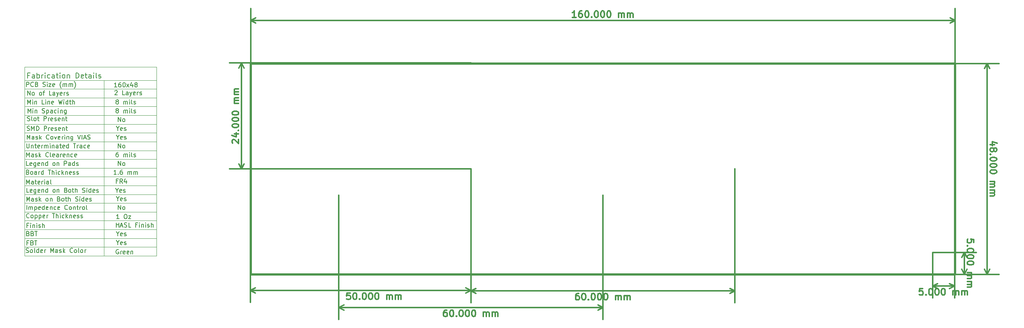
<source format=gbr>
G04 #@! TF.FileFunction,Drawing*
%FSLAX46Y46*%
G04 Gerber Fmt 4.6, Leading zero omitted, Abs format (unit mm)*
G04 Created by KiCad (PCBNEW 4.0.4-stable) date 08/01/17 14:05:29*
%MOMM*%
%LPD*%
G01*
G04 APERTURE LIST*
%ADD10C,0.100000*%
%ADD11C,0.300000*%
%ADD12C,0.200000*%
%ADD13C,0.500000*%
%ADD14C,0.150000*%
G04 APERTURE END LIST*
D10*
D11*
X65871429Y-98164285D02*
X65800000Y-98092856D01*
X65728571Y-97949999D01*
X65728571Y-97592856D01*
X65800000Y-97449999D01*
X65871429Y-97378570D01*
X66014286Y-97307142D01*
X66157143Y-97307142D01*
X66371429Y-97378570D01*
X67228571Y-98235713D01*
X67228571Y-97307142D01*
X66228571Y-96021428D02*
X67228571Y-96021428D01*
X65657143Y-96378571D02*
X66728571Y-96735714D01*
X66728571Y-95807142D01*
X67085714Y-95235714D02*
X67157143Y-95164286D01*
X67228571Y-95235714D01*
X67157143Y-95307143D01*
X67085714Y-95235714D01*
X67228571Y-95235714D01*
X65728571Y-94235714D02*
X65728571Y-94092857D01*
X65800000Y-93950000D01*
X65871429Y-93878571D01*
X66014286Y-93807142D01*
X66300000Y-93735714D01*
X66657143Y-93735714D01*
X66942857Y-93807142D01*
X67085714Y-93878571D01*
X67157143Y-93950000D01*
X67228571Y-94092857D01*
X67228571Y-94235714D01*
X67157143Y-94378571D01*
X67085714Y-94450000D01*
X66942857Y-94521428D01*
X66657143Y-94592857D01*
X66300000Y-94592857D01*
X66014286Y-94521428D01*
X65871429Y-94450000D01*
X65800000Y-94378571D01*
X65728571Y-94235714D01*
X65728571Y-92807143D02*
X65728571Y-92664286D01*
X65800000Y-92521429D01*
X65871429Y-92450000D01*
X66014286Y-92378571D01*
X66300000Y-92307143D01*
X66657143Y-92307143D01*
X66942857Y-92378571D01*
X67085714Y-92450000D01*
X67157143Y-92521429D01*
X67228571Y-92664286D01*
X67228571Y-92807143D01*
X67157143Y-92950000D01*
X67085714Y-93021429D01*
X66942857Y-93092857D01*
X66657143Y-93164286D01*
X66300000Y-93164286D01*
X66014286Y-93092857D01*
X65871429Y-93021429D01*
X65800000Y-92950000D01*
X65728571Y-92807143D01*
X65728571Y-91378572D02*
X65728571Y-91235715D01*
X65800000Y-91092858D01*
X65871429Y-91021429D01*
X66014286Y-90950000D01*
X66300000Y-90878572D01*
X66657143Y-90878572D01*
X66942857Y-90950000D01*
X67085714Y-91021429D01*
X67157143Y-91092858D01*
X67228571Y-91235715D01*
X67228571Y-91378572D01*
X67157143Y-91521429D01*
X67085714Y-91592858D01*
X66942857Y-91664286D01*
X66657143Y-91735715D01*
X66300000Y-91735715D01*
X66014286Y-91664286D01*
X65871429Y-91592858D01*
X65800000Y-91521429D01*
X65728571Y-91378572D01*
X67228571Y-89092858D02*
X66228571Y-89092858D01*
X66371429Y-89092858D02*
X66300000Y-89021430D01*
X66228571Y-88878572D01*
X66228571Y-88664287D01*
X66300000Y-88521430D01*
X66442857Y-88450001D01*
X67228571Y-88450001D01*
X66442857Y-88450001D02*
X66300000Y-88378572D01*
X66228571Y-88235715D01*
X66228571Y-88021430D01*
X66300000Y-87878572D01*
X66442857Y-87807144D01*
X67228571Y-87807144D01*
X67228571Y-87092858D02*
X66228571Y-87092858D01*
X66371429Y-87092858D02*
X66300000Y-87021430D01*
X66228571Y-86878572D01*
X66228571Y-86664287D01*
X66300000Y-86521430D01*
X66442857Y-86450001D01*
X67228571Y-86450001D01*
X66442857Y-86450001D02*
X66300000Y-86378572D01*
X66228571Y-86235715D01*
X66228571Y-86021430D01*
X66300000Y-85878572D01*
X66442857Y-85807144D01*
X67228571Y-85807144D01*
X67900000Y-104000000D02*
X67900000Y-79900000D01*
X120000000Y-104000000D02*
X65200000Y-104000000D01*
X120000000Y-79900000D02*
X65200000Y-79900000D01*
X67900000Y-79900000D02*
X68486421Y-81026504D01*
X67900000Y-79900000D02*
X67313579Y-81026504D01*
X67900000Y-104000000D02*
X68486421Y-102873496D01*
X67900000Y-104000000D02*
X67313579Y-102873496D01*
X92571430Y-132228571D02*
X91857144Y-132228571D01*
X91785715Y-132942857D01*
X91857144Y-132871429D01*
X92000001Y-132800000D01*
X92357144Y-132800000D01*
X92500001Y-132871429D01*
X92571430Y-132942857D01*
X92642858Y-133085714D01*
X92642858Y-133442857D01*
X92571430Y-133585714D01*
X92500001Y-133657143D01*
X92357144Y-133728571D01*
X92000001Y-133728571D01*
X91857144Y-133657143D01*
X91785715Y-133585714D01*
X93571429Y-132228571D02*
X93714286Y-132228571D01*
X93857143Y-132300000D01*
X93928572Y-132371429D01*
X94000001Y-132514286D01*
X94071429Y-132800000D01*
X94071429Y-133157143D01*
X94000001Y-133442857D01*
X93928572Y-133585714D01*
X93857143Y-133657143D01*
X93714286Y-133728571D01*
X93571429Y-133728571D01*
X93428572Y-133657143D01*
X93357143Y-133585714D01*
X93285715Y-133442857D01*
X93214286Y-133157143D01*
X93214286Y-132800000D01*
X93285715Y-132514286D01*
X93357143Y-132371429D01*
X93428572Y-132300000D01*
X93571429Y-132228571D01*
X94714286Y-133585714D02*
X94785714Y-133657143D01*
X94714286Y-133728571D01*
X94642857Y-133657143D01*
X94714286Y-133585714D01*
X94714286Y-133728571D01*
X95714286Y-132228571D02*
X95857143Y-132228571D01*
X96000000Y-132300000D01*
X96071429Y-132371429D01*
X96142858Y-132514286D01*
X96214286Y-132800000D01*
X96214286Y-133157143D01*
X96142858Y-133442857D01*
X96071429Y-133585714D01*
X96000000Y-133657143D01*
X95857143Y-133728571D01*
X95714286Y-133728571D01*
X95571429Y-133657143D01*
X95500000Y-133585714D01*
X95428572Y-133442857D01*
X95357143Y-133157143D01*
X95357143Y-132800000D01*
X95428572Y-132514286D01*
X95500000Y-132371429D01*
X95571429Y-132300000D01*
X95714286Y-132228571D01*
X97142857Y-132228571D02*
X97285714Y-132228571D01*
X97428571Y-132300000D01*
X97500000Y-132371429D01*
X97571429Y-132514286D01*
X97642857Y-132800000D01*
X97642857Y-133157143D01*
X97571429Y-133442857D01*
X97500000Y-133585714D01*
X97428571Y-133657143D01*
X97285714Y-133728571D01*
X97142857Y-133728571D01*
X97000000Y-133657143D01*
X96928571Y-133585714D01*
X96857143Y-133442857D01*
X96785714Y-133157143D01*
X96785714Y-132800000D01*
X96857143Y-132514286D01*
X96928571Y-132371429D01*
X97000000Y-132300000D01*
X97142857Y-132228571D01*
X98571428Y-132228571D02*
X98714285Y-132228571D01*
X98857142Y-132300000D01*
X98928571Y-132371429D01*
X99000000Y-132514286D01*
X99071428Y-132800000D01*
X99071428Y-133157143D01*
X99000000Y-133442857D01*
X98928571Y-133585714D01*
X98857142Y-133657143D01*
X98714285Y-133728571D01*
X98571428Y-133728571D01*
X98428571Y-133657143D01*
X98357142Y-133585714D01*
X98285714Y-133442857D01*
X98214285Y-133157143D01*
X98214285Y-132800000D01*
X98285714Y-132514286D01*
X98357142Y-132371429D01*
X98428571Y-132300000D01*
X98571428Y-132228571D01*
X100857142Y-133728571D02*
X100857142Y-132728571D01*
X100857142Y-132871429D02*
X100928570Y-132800000D01*
X101071428Y-132728571D01*
X101285713Y-132728571D01*
X101428570Y-132800000D01*
X101499999Y-132942857D01*
X101499999Y-133728571D01*
X101499999Y-132942857D02*
X101571428Y-132800000D01*
X101714285Y-132728571D01*
X101928570Y-132728571D01*
X102071428Y-132800000D01*
X102142856Y-132942857D01*
X102142856Y-133728571D01*
X102857142Y-133728571D02*
X102857142Y-132728571D01*
X102857142Y-132871429D02*
X102928570Y-132800000D01*
X103071428Y-132728571D01*
X103285713Y-132728571D01*
X103428570Y-132800000D01*
X103499999Y-132942857D01*
X103499999Y-133728571D01*
X103499999Y-132942857D02*
X103571428Y-132800000D01*
X103714285Y-132728571D01*
X103928570Y-132728571D01*
X104071428Y-132800000D01*
X104142856Y-132942857D01*
X104142856Y-133728571D01*
X120000000Y-131700000D02*
X69900000Y-131700000D01*
X120000000Y-104000000D02*
X120000000Y-134400000D01*
X69900000Y-104000000D02*
X69900000Y-134400000D01*
X69900000Y-131700000D02*
X71026504Y-131113579D01*
X69900000Y-131700000D02*
X71026504Y-132286421D01*
X120000000Y-131700000D02*
X118873496Y-131113579D01*
X120000000Y-131700000D02*
X118873496Y-132286421D01*
X144500001Y-132328571D02*
X144214287Y-132328571D01*
X144071430Y-132400000D01*
X144000001Y-132471429D01*
X143857144Y-132685714D01*
X143785715Y-132971429D01*
X143785715Y-133542857D01*
X143857144Y-133685714D01*
X143928572Y-133757143D01*
X144071430Y-133828571D01*
X144357144Y-133828571D01*
X144500001Y-133757143D01*
X144571430Y-133685714D01*
X144642858Y-133542857D01*
X144642858Y-133185714D01*
X144571430Y-133042857D01*
X144500001Y-132971429D01*
X144357144Y-132900000D01*
X144071430Y-132900000D01*
X143928572Y-132971429D01*
X143857144Y-133042857D01*
X143785715Y-133185714D01*
X145571429Y-132328571D02*
X145714286Y-132328571D01*
X145857143Y-132400000D01*
X145928572Y-132471429D01*
X146000001Y-132614286D01*
X146071429Y-132900000D01*
X146071429Y-133257143D01*
X146000001Y-133542857D01*
X145928572Y-133685714D01*
X145857143Y-133757143D01*
X145714286Y-133828571D01*
X145571429Y-133828571D01*
X145428572Y-133757143D01*
X145357143Y-133685714D01*
X145285715Y-133542857D01*
X145214286Y-133257143D01*
X145214286Y-132900000D01*
X145285715Y-132614286D01*
X145357143Y-132471429D01*
X145428572Y-132400000D01*
X145571429Y-132328571D01*
X146714286Y-133685714D02*
X146785714Y-133757143D01*
X146714286Y-133828571D01*
X146642857Y-133757143D01*
X146714286Y-133685714D01*
X146714286Y-133828571D01*
X147714286Y-132328571D02*
X147857143Y-132328571D01*
X148000000Y-132400000D01*
X148071429Y-132471429D01*
X148142858Y-132614286D01*
X148214286Y-132900000D01*
X148214286Y-133257143D01*
X148142858Y-133542857D01*
X148071429Y-133685714D01*
X148000000Y-133757143D01*
X147857143Y-133828571D01*
X147714286Y-133828571D01*
X147571429Y-133757143D01*
X147500000Y-133685714D01*
X147428572Y-133542857D01*
X147357143Y-133257143D01*
X147357143Y-132900000D01*
X147428572Y-132614286D01*
X147500000Y-132471429D01*
X147571429Y-132400000D01*
X147714286Y-132328571D01*
X149142857Y-132328571D02*
X149285714Y-132328571D01*
X149428571Y-132400000D01*
X149500000Y-132471429D01*
X149571429Y-132614286D01*
X149642857Y-132900000D01*
X149642857Y-133257143D01*
X149571429Y-133542857D01*
X149500000Y-133685714D01*
X149428571Y-133757143D01*
X149285714Y-133828571D01*
X149142857Y-133828571D01*
X149000000Y-133757143D01*
X148928571Y-133685714D01*
X148857143Y-133542857D01*
X148785714Y-133257143D01*
X148785714Y-132900000D01*
X148857143Y-132614286D01*
X148928571Y-132471429D01*
X149000000Y-132400000D01*
X149142857Y-132328571D01*
X150571428Y-132328571D02*
X150714285Y-132328571D01*
X150857142Y-132400000D01*
X150928571Y-132471429D01*
X151000000Y-132614286D01*
X151071428Y-132900000D01*
X151071428Y-133257143D01*
X151000000Y-133542857D01*
X150928571Y-133685714D01*
X150857142Y-133757143D01*
X150714285Y-133828571D01*
X150571428Y-133828571D01*
X150428571Y-133757143D01*
X150357142Y-133685714D01*
X150285714Y-133542857D01*
X150214285Y-133257143D01*
X150214285Y-132900000D01*
X150285714Y-132614286D01*
X150357142Y-132471429D01*
X150428571Y-132400000D01*
X150571428Y-132328571D01*
X152857142Y-133828571D02*
X152857142Y-132828571D01*
X152857142Y-132971429D02*
X152928570Y-132900000D01*
X153071428Y-132828571D01*
X153285713Y-132828571D01*
X153428570Y-132900000D01*
X153499999Y-133042857D01*
X153499999Y-133828571D01*
X153499999Y-133042857D02*
X153571428Y-132900000D01*
X153714285Y-132828571D01*
X153928570Y-132828571D01*
X154071428Y-132900000D01*
X154142856Y-133042857D01*
X154142856Y-133828571D01*
X154857142Y-133828571D02*
X154857142Y-132828571D01*
X154857142Y-132971429D02*
X154928570Y-132900000D01*
X155071428Y-132828571D01*
X155285713Y-132828571D01*
X155428570Y-132900000D01*
X155499999Y-133042857D01*
X155499999Y-133828571D01*
X155499999Y-133042857D02*
X155571428Y-132900000D01*
X155714285Y-132828571D01*
X155928570Y-132828571D01*
X156071428Y-132900000D01*
X156142856Y-133042857D01*
X156142856Y-133828571D01*
X120000000Y-131800000D02*
X180000000Y-131800000D01*
X120000000Y-104000000D02*
X120000000Y-134500000D01*
X180000000Y-104000000D02*
X180000000Y-134500000D01*
X180000000Y-131800000D02*
X178873496Y-132386421D01*
X180000000Y-131800000D02*
X178873496Y-131213579D01*
X120000000Y-131800000D02*
X121126504Y-132386421D01*
X120000000Y-131800000D02*
X121126504Y-131213579D01*
X234271429Y-120785716D02*
X234271429Y-120071430D01*
X233557143Y-120000001D01*
X233628571Y-120071430D01*
X233700000Y-120214287D01*
X233700000Y-120571430D01*
X233628571Y-120714287D01*
X233557143Y-120785716D01*
X233414286Y-120857144D01*
X233057143Y-120857144D01*
X232914286Y-120785716D01*
X232842857Y-120714287D01*
X232771429Y-120571430D01*
X232771429Y-120214287D01*
X232842857Y-120071430D01*
X232914286Y-120000001D01*
X232914286Y-121500001D02*
X232842857Y-121571429D01*
X232771429Y-121500001D01*
X232842857Y-121428572D01*
X232914286Y-121500001D01*
X232771429Y-121500001D01*
X234271429Y-122500001D02*
X234271429Y-122642858D01*
X234200000Y-122785715D01*
X234128571Y-122857144D01*
X233985714Y-122928573D01*
X233700000Y-123000001D01*
X233342857Y-123000001D01*
X233057143Y-122928573D01*
X232914286Y-122857144D01*
X232842857Y-122785715D01*
X232771429Y-122642858D01*
X232771429Y-122500001D01*
X232842857Y-122357144D01*
X232914286Y-122285715D01*
X233057143Y-122214287D01*
X233342857Y-122142858D01*
X233700000Y-122142858D01*
X233985714Y-122214287D01*
X234128571Y-122285715D01*
X234200000Y-122357144D01*
X234271429Y-122500001D01*
X234271429Y-123928572D02*
X234271429Y-124071429D01*
X234200000Y-124214286D01*
X234128571Y-124285715D01*
X233985714Y-124357144D01*
X233700000Y-124428572D01*
X233342857Y-124428572D01*
X233057143Y-124357144D01*
X232914286Y-124285715D01*
X232842857Y-124214286D01*
X232771429Y-124071429D01*
X232771429Y-123928572D01*
X232842857Y-123785715D01*
X232914286Y-123714286D01*
X233057143Y-123642858D01*
X233342857Y-123571429D01*
X233700000Y-123571429D01*
X233985714Y-123642858D01*
X234128571Y-123714286D01*
X234200000Y-123785715D01*
X234271429Y-123928572D01*
X234271429Y-125357143D02*
X234271429Y-125500000D01*
X234200000Y-125642857D01*
X234128571Y-125714286D01*
X233985714Y-125785715D01*
X233700000Y-125857143D01*
X233342857Y-125857143D01*
X233057143Y-125785715D01*
X232914286Y-125714286D01*
X232842857Y-125642857D01*
X232771429Y-125500000D01*
X232771429Y-125357143D01*
X232842857Y-125214286D01*
X232914286Y-125142857D01*
X233057143Y-125071429D01*
X233342857Y-125000000D01*
X233700000Y-125000000D01*
X233985714Y-125071429D01*
X234128571Y-125142857D01*
X234200000Y-125214286D01*
X234271429Y-125357143D01*
X232771429Y-127642857D02*
X233771429Y-127642857D01*
X233628571Y-127642857D02*
X233700000Y-127714285D01*
X233771429Y-127857143D01*
X233771429Y-128071428D01*
X233700000Y-128214285D01*
X233557143Y-128285714D01*
X232771429Y-128285714D01*
X233557143Y-128285714D02*
X233700000Y-128357143D01*
X233771429Y-128500000D01*
X233771429Y-128714285D01*
X233700000Y-128857143D01*
X233557143Y-128928571D01*
X232771429Y-128928571D01*
X232771429Y-129642857D02*
X233771429Y-129642857D01*
X233628571Y-129642857D02*
X233700000Y-129714285D01*
X233771429Y-129857143D01*
X233771429Y-130071428D01*
X233700000Y-130214285D01*
X233557143Y-130285714D01*
X232771429Y-130285714D01*
X233557143Y-130285714D02*
X233700000Y-130357143D01*
X233771429Y-130500000D01*
X233771429Y-130714285D01*
X233700000Y-130857143D01*
X233557143Y-130928571D01*
X232771429Y-130928571D01*
X232100000Y-123000000D02*
X232100000Y-128000000D01*
X224900000Y-123000000D02*
X234800000Y-123000000D01*
X224900000Y-128000000D02*
X234800000Y-128000000D01*
X232100000Y-128000000D02*
X231513579Y-126873496D01*
X232100000Y-128000000D02*
X232686421Y-126873496D01*
X232100000Y-123000000D02*
X231513579Y-124126504D01*
X232100000Y-123000000D02*
X232686421Y-124126504D01*
X222685716Y-131228571D02*
X221971430Y-131228571D01*
X221900001Y-131942857D01*
X221971430Y-131871429D01*
X222114287Y-131800000D01*
X222471430Y-131800000D01*
X222614287Y-131871429D01*
X222685716Y-131942857D01*
X222757144Y-132085714D01*
X222757144Y-132442857D01*
X222685716Y-132585714D01*
X222614287Y-132657143D01*
X222471430Y-132728571D01*
X222114287Y-132728571D01*
X221971430Y-132657143D01*
X221900001Y-132585714D01*
X223400001Y-132585714D02*
X223471429Y-132657143D01*
X223400001Y-132728571D01*
X223328572Y-132657143D01*
X223400001Y-132585714D01*
X223400001Y-132728571D01*
X224400001Y-131228571D02*
X224542858Y-131228571D01*
X224685715Y-131300000D01*
X224757144Y-131371429D01*
X224828573Y-131514286D01*
X224900001Y-131800000D01*
X224900001Y-132157143D01*
X224828573Y-132442857D01*
X224757144Y-132585714D01*
X224685715Y-132657143D01*
X224542858Y-132728571D01*
X224400001Y-132728571D01*
X224257144Y-132657143D01*
X224185715Y-132585714D01*
X224114287Y-132442857D01*
X224042858Y-132157143D01*
X224042858Y-131800000D01*
X224114287Y-131514286D01*
X224185715Y-131371429D01*
X224257144Y-131300000D01*
X224400001Y-131228571D01*
X225828572Y-131228571D02*
X225971429Y-131228571D01*
X226114286Y-131300000D01*
X226185715Y-131371429D01*
X226257144Y-131514286D01*
X226328572Y-131800000D01*
X226328572Y-132157143D01*
X226257144Y-132442857D01*
X226185715Y-132585714D01*
X226114286Y-132657143D01*
X225971429Y-132728571D01*
X225828572Y-132728571D01*
X225685715Y-132657143D01*
X225614286Y-132585714D01*
X225542858Y-132442857D01*
X225471429Y-132157143D01*
X225471429Y-131800000D01*
X225542858Y-131514286D01*
X225614286Y-131371429D01*
X225685715Y-131300000D01*
X225828572Y-131228571D01*
X227257143Y-131228571D02*
X227400000Y-131228571D01*
X227542857Y-131300000D01*
X227614286Y-131371429D01*
X227685715Y-131514286D01*
X227757143Y-131800000D01*
X227757143Y-132157143D01*
X227685715Y-132442857D01*
X227614286Y-132585714D01*
X227542857Y-132657143D01*
X227400000Y-132728571D01*
X227257143Y-132728571D01*
X227114286Y-132657143D01*
X227042857Y-132585714D01*
X226971429Y-132442857D01*
X226900000Y-132157143D01*
X226900000Y-131800000D01*
X226971429Y-131514286D01*
X227042857Y-131371429D01*
X227114286Y-131300000D01*
X227257143Y-131228571D01*
X229542857Y-132728571D02*
X229542857Y-131728571D01*
X229542857Y-131871429D02*
X229614285Y-131800000D01*
X229757143Y-131728571D01*
X229971428Y-131728571D01*
X230114285Y-131800000D01*
X230185714Y-131942857D01*
X230185714Y-132728571D01*
X230185714Y-131942857D02*
X230257143Y-131800000D01*
X230400000Y-131728571D01*
X230614285Y-131728571D01*
X230757143Y-131800000D01*
X230828571Y-131942857D01*
X230828571Y-132728571D01*
X231542857Y-132728571D02*
X231542857Y-131728571D01*
X231542857Y-131871429D02*
X231614285Y-131800000D01*
X231757143Y-131728571D01*
X231971428Y-131728571D01*
X232114285Y-131800000D01*
X232185714Y-131942857D01*
X232185714Y-132728571D01*
X232185714Y-131942857D02*
X232257143Y-131800000D01*
X232400000Y-131728571D01*
X232614285Y-131728571D01*
X232757143Y-131800000D01*
X232828571Y-131942857D01*
X232828571Y-132728571D01*
X224900000Y-130700000D02*
X229900000Y-130700000D01*
X224900000Y-123000000D02*
X224900000Y-133400000D01*
X229900000Y-123000000D02*
X229900000Y-133400000D01*
X229900000Y-130700000D02*
X228773496Y-131286421D01*
X229900000Y-130700000D02*
X228773496Y-130113579D01*
X224900000Y-130700000D02*
X226026504Y-131286421D01*
X224900000Y-130700000D02*
X226026504Y-130113579D01*
X238971429Y-98500001D02*
X237971429Y-98500001D01*
X239542857Y-98142858D02*
X238471429Y-97785715D01*
X238471429Y-98714287D01*
X238828571Y-99500001D02*
X238900000Y-99357143D01*
X238971429Y-99285715D01*
X239114286Y-99214286D01*
X239185714Y-99214286D01*
X239328571Y-99285715D01*
X239400000Y-99357143D01*
X239471429Y-99500001D01*
X239471429Y-99785715D01*
X239400000Y-99928572D01*
X239328571Y-100000001D01*
X239185714Y-100071429D01*
X239114286Y-100071429D01*
X238971429Y-100000001D01*
X238900000Y-99928572D01*
X238828571Y-99785715D01*
X238828571Y-99500001D01*
X238757143Y-99357143D01*
X238685714Y-99285715D01*
X238542857Y-99214286D01*
X238257143Y-99214286D01*
X238114286Y-99285715D01*
X238042857Y-99357143D01*
X237971429Y-99500001D01*
X237971429Y-99785715D01*
X238042857Y-99928572D01*
X238114286Y-100000001D01*
X238257143Y-100071429D01*
X238542857Y-100071429D01*
X238685714Y-100000001D01*
X238757143Y-99928572D01*
X238828571Y-99785715D01*
X238114286Y-100714286D02*
X238042857Y-100785714D01*
X237971429Y-100714286D01*
X238042857Y-100642857D01*
X238114286Y-100714286D01*
X237971429Y-100714286D01*
X239471429Y-101714286D02*
X239471429Y-101857143D01*
X239400000Y-102000000D01*
X239328571Y-102071429D01*
X239185714Y-102142858D01*
X238900000Y-102214286D01*
X238542857Y-102214286D01*
X238257143Y-102142858D01*
X238114286Y-102071429D01*
X238042857Y-102000000D01*
X237971429Y-101857143D01*
X237971429Y-101714286D01*
X238042857Y-101571429D01*
X238114286Y-101500000D01*
X238257143Y-101428572D01*
X238542857Y-101357143D01*
X238900000Y-101357143D01*
X239185714Y-101428572D01*
X239328571Y-101500000D01*
X239400000Y-101571429D01*
X239471429Y-101714286D01*
X239471429Y-103142857D02*
X239471429Y-103285714D01*
X239400000Y-103428571D01*
X239328571Y-103500000D01*
X239185714Y-103571429D01*
X238900000Y-103642857D01*
X238542857Y-103642857D01*
X238257143Y-103571429D01*
X238114286Y-103500000D01*
X238042857Y-103428571D01*
X237971429Y-103285714D01*
X237971429Y-103142857D01*
X238042857Y-103000000D01*
X238114286Y-102928571D01*
X238257143Y-102857143D01*
X238542857Y-102785714D01*
X238900000Y-102785714D01*
X239185714Y-102857143D01*
X239328571Y-102928571D01*
X239400000Y-103000000D01*
X239471429Y-103142857D01*
X239471429Y-104571428D02*
X239471429Y-104714285D01*
X239400000Y-104857142D01*
X239328571Y-104928571D01*
X239185714Y-105000000D01*
X238900000Y-105071428D01*
X238542857Y-105071428D01*
X238257143Y-105000000D01*
X238114286Y-104928571D01*
X238042857Y-104857142D01*
X237971429Y-104714285D01*
X237971429Y-104571428D01*
X238042857Y-104428571D01*
X238114286Y-104357142D01*
X238257143Y-104285714D01*
X238542857Y-104214285D01*
X238900000Y-104214285D01*
X239185714Y-104285714D01*
X239328571Y-104357142D01*
X239400000Y-104428571D01*
X239471429Y-104571428D01*
X237971429Y-106857142D02*
X238971429Y-106857142D01*
X238828571Y-106857142D02*
X238900000Y-106928570D01*
X238971429Y-107071428D01*
X238971429Y-107285713D01*
X238900000Y-107428570D01*
X238757143Y-107499999D01*
X237971429Y-107499999D01*
X238757143Y-107499999D02*
X238900000Y-107571428D01*
X238971429Y-107714285D01*
X238971429Y-107928570D01*
X238900000Y-108071428D01*
X238757143Y-108142856D01*
X237971429Y-108142856D01*
X237971429Y-108857142D02*
X238971429Y-108857142D01*
X238828571Y-108857142D02*
X238900000Y-108928570D01*
X238971429Y-109071428D01*
X238971429Y-109285713D01*
X238900000Y-109428570D01*
X238757143Y-109499999D01*
X237971429Y-109499999D01*
X238757143Y-109499999D02*
X238900000Y-109571428D01*
X238971429Y-109714285D01*
X238971429Y-109928570D01*
X238900000Y-110071428D01*
X238757143Y-110142856D01*
X237971429Y-110142856D01*
X237300000Y-80000000D02*
X237300000Y-128000000D01*
X230000000Y-80000000D02*
X240000000Y-80000000D01*
X230000000Y-128000000D02*
X240000000Y-128000000D01*
X237300000Y-128000000D02*
X236713579Y-126873496D01*
X237300000Y-128000000D02*
X237886421Y-126873496D01*
X237300000Y-80000000D02*
X236713579Y-81126504D01*
X237300000Y-80000000D02*
X237886421Y-81126504D01*
X143928573Y-69528571D02*
X143071430Y-69528571D01*
X143500002Y-69528571D02*
X143500002Y-68028571D01*
X143357145Y-68242857D01*
X143214287Y-68385714D01*
X143071430Y-68457143D01*
X145214287Y-68028571D02*
X144928573Y-68028571D01*
X144785716Y-68100000D01*
X144714287Y-68171429D01*
X144571430Y-68385714D01*
X144500001Y-68671429D01*
X144500001Y-69242857D01*
X144571430Y-69385714D01*
X144642858Y-69457143D01*
X144785716Y-69528571D01*
X145071430Y-69528571D01*
X145214287Y-69457143D01*
X145285716Y-69385714D01*
X145357144Y-69242857D01*
X145357144Y-68885714D01*
X145285716Y-68742857D01*
X145214287Y-68671429D01*
X145071430Y-68600000D01*
X144785716Y-68600000D01*
X144642858Y-68671429D01*
X144571430Y-68742857D01*
X144500001Y-68885714D01*
X146285715Y-68028571D02*
X146428572Y-68028571D01*
X146571429Y-68100000D01*
X146642858Y-68171429D01*
X146714287Y-68314286D01*
X146785715Y-68600000D01*
X146785715Y-68957143D01*
X146714287Y-69242857D01*
X146642858Y-69385714D01*
X146571429Y-69457143D01*
X146428572Y-69528571D01*
X146285715Y-69528571D01*
X146142858Y-69457143D01*
X146071429Y-69385714D01*
X146000001Y-69242857D01*
X145928572Y-68957143D01*
X145928572Y-68600000D01*
X146000001Y-68314286D01*
X146071429Y-68171429D01*
X146142858Y-68100000D01*
X146285715Y-68028571D01*
X147428572Y-69385714D02*
X147500000Y-69457143D01*
X147428572Y-69528571D01*
X147357143Y-69457143D01*
X147428572Y-69385714D01*
X147428572Y-69528571D01*
X148428572Y-68028571D02*
X148571429Y-68028571D01*
X148714286Y-68100000D01*
X148785715Y-68171429D01*
X148857144Y-68314286D01*
X148928572Y-68600000D01*
X148928572Y-68957143D01*
X148857144Y-69242857D01*
X148785715Y-69385714D01*
X148714286Y-69457143D01*
X148571429Y-69528571D01*
X148428572Y-69528571D01*
X148285715Y-69457143D01*
X148214286Y-69385714D01*
X148142858Y-69242857D01*
X148071429Y-68957143D01*
X148071429Y-68600000D01*
X148142858Y-68314286D01*
X148214286Y-68171429D01*
X148285715Y-68100000D01*
X148428572Y-68028571D01*
X149857143Y-68028571D02*
X150000000Y-68028571D01*
X150142857Y-68100000D01*
X150214286Y-68171429D01*
X150285715Y-68314286D01*
X150357143Y-68600000D01*
X150357143Y-68957143D01*
X150285715Y-69242857D01*
X150214286Y-69385714D01*
X150142857Y-69457143D01*
X150000000Y-69528571D01*
X149857143Y-69528571D01*
X149714286Y-69457143D01*
X149642857Y-69385714D01*
X149571429Y-69242857D01*
X149500000Y-68957143D01*
X149500000Y-68600000D01*
X149571429Y-68314286D01*
X149642857Y-68171429D01*
X149714286Y-68100000D01*
X149857143Y-68028571D01*
X151285714Y-68028571D02*
X151428571Y-68028571D01*
X151571428Y-68100000D01*
X151642857Y-68171429D01*
X151714286Y-68314286D01*
X151785714Y-68600000D01*
X151785714Y-68957143D01*
X151714286Y-69242857D01*
X151642857Y-69385714D01*
X151571428Y-69457143D01*
X151428571Y-69528571D01*
X151285714Y-69528571D01*
X151142857Y-69457143D01*
X151071428Y-69385714D01*
X151000000Y-69242857D01*
X150928571Y-68957143D01*
X150928571Y-68600000D01*
X151000000Y-68314286D01*
X151071428Y-68171429D01*
X151142857Y-68100000D01*
X151285714Y-68028571D01*
X153571428Y-69528571D02*
X153571428Y-68528571D01*
X153571428Y-68671429D02*
X153642856Y-68600000D01*
X153785714Y-68528571D01*
X153999999Y-68528571D01*
X154142856Y-68600000D01*
X154214285Y-68742857D01*
X154214285Y-69528571D01*
X154214285Y-68742857D02*
X154285714Y-68600000D01*
X154428571Y-68528571D01*
X154642856Y-68528571D01*
X154785714Y-68600000D01*
X154857142Y-68742857D01*
X154857142Y-69528571D01*
X155571428Y-69528571D02*
X155571428Y-68528571D01*
X155571428Y-68671429D02*
X155642856Y-68600000D01*
X155785714Y-68528571D01*
X155999999Y-68528571D01*
X156142856Y-68600000D01*
X156214285Y-68742857D01*
X156214285Y-69528571D01*
X156214285Y-68742857D02*
X156285714Y-68600000D01*
X156428571Y-68528571D01*
X156642856Y-68528571D01*
X156785714Y-68600000D01*
X156857142Y-68742857D01*
X156857142Y-69528571D01*
X70000000Y-70200000D02*
X230000000Y-70200000D01*
X70000000Y-80000000D02*
X70000000Y-67500000D01*
X230000000Y-80000000D02*
X230000000Y-67500000D01*
X230000000Y-70200000D02*
X228873496Y-70786421D01*
X230000000Y-70200000D02*
X228873496Y-69613579D01*
X70000000Y-70200000D02*
X71126504Y-70786421D01*
X70000000Y-70200000D02*
X71126504Y-69613579D01*
X114500001Y-136128571D02*
X114214287Y-136128571D01*
X114071430Y-136200000D01*
X114000001Y-136271429D01*
X113857144Y-136485714D01*
X113785715Y-136771429D01*
X113785715Y-137342857D01*
X113857144Y-137485714D01*
X113928572Y-137557143D01*
X114071430Y-137628571D01*
X114357144Y-137628571D01*
X114500001Y-137557143D01*
X114571430Y-137485714D01*
X114642858Y-137342857D01*
X114642858Y-136985714D01*
X114571430Y-136842857D01*
X114500001Y-136771429D01*
X114357144Y-136700000D01*
X114071430Y-136700000D01*
X113928572Y-136771429D01*
X113857144Y-136842857D01*
X113785715Y-136985714D01*
X115571429Y-136128571D02*
X115714286Y-136128571D01*
X115857143Y-136200000D01*
X115928572Y-136271429D01*
X116000001Y-136414286D01*
X116071429Y-136700000D01*
X116071429Y-137057143D01*
X116000001Y-137342857D01*
X115928572Y-137485714D01*
X115857143Y-137557143D01*
X115714286Y-137628571D01*
X115571429Y-137628571D01*
X115428572Y-137557143D01*
X115357143Y-137485714D01*
X115285715Y-137342857D01*
X115214286Y-137057143D01*
X115214286Y-136700000D01*
X115285715Y-136414286D01*
X115357143Y-136271429D01*
X115428572Y-136200000D01*
X115571429Y-136128571D01*
X116714286Y-137485714D02*
X116785714Y-137557143D01*
X116714286Y-137628571D01*
X116642857Y-137557143D01*
X116714286Y-137485714D01*
X116714286Y-137628571D01*
X117714286Y-136128571D02*
X117857143Y-136128571D01*
X118000000Y-136200000D01*
X118071429Y-136271429D01*
X118142858Y-136414286D01*
X118214286Y-136700000D01*
X118214286Y-137057143D01*
X118142858Y-137342857D01*
X118071429Y-137485714D01*
X118000000Y-137557143D01*
X117857143Y-137628571D01*
X117714286Y-137628571D01*
X117571429Y-137557143D01*
X117500000Y-137485714D01*
X117428572Y-137342857D01*
X117357143Y-137057143D01*
X117357143Y-136700000D01*
X117428572Y-136414286D01*
X117500000Y-136271429D01*
X117571429Y-136200000D01*
X117714286Y-136128571D01*
X119142857Y-136128571D02*
X119285714Y-136128571D01*
X119428571Y-136200000D01*
X119500000Y-136271429D01*
X119571429Y-136414286D01*
X119642857Y-136700000D01*
X119642857Y-137057143D01*
X119571429Y-137342857D01*
X119500000Y-137485714D01*
X119428571Y-137557143D01*
X119285714Y-137628571D01*
X119142857Y-137628571D01*
X119000000Y-137557143D01*
X118928571Y-137485714D01*
X118857143Y-137342857D01*
X118785714Y-137057143D01*
X118785714Y-136700000D01*
X118857143Y-136414286D01*
X118928571Y-136271429D01*
X119000000Y-136200000D01*
X119142857Y-136128571D01*
X120571428Y-136128571D02*
X120714285Y-136128571D01*
X120857142Y-136200000D01*
X120928571Y-136271429D01*
X121000000Y-136414286D01*
X121071428Y-136700000D01*
X121071428Y-137057143D01*
X121000000Y-137342857D01*
X120928571Y-137485714D01*
X120857142Y-137557143D01*
X120714285Y-137628571D01*
X120571428Y-137628571D01*
X120428571Y-137557143D01*
X120357142Y-137485714D01*
X120285714Y-137342857D01*
X120214285Y-137057143D01*
X120214285Y-136700000D01*
X120285714Y-136414286D01*
X120357142Y-136271429D01*
X120428571Y-136200000D01*
X120571428Y-136128571D01*
X122857142Y-137628571D02*
X122857142Y-136628571D01*
X122857142Y-136771429D02*
X122928570Y-136700000D01*
X123071428Y-136628571D01*
X123285713Y-136628571D01*
X123428570Y-136700000D01*
X123499999Y-136842857D01*
X123499999Y-137628571D01*
X123499999Y-136842857D02*
X123571428Y-136700000D01*
X123714285Y-136628571D01*
X123928570Y-136628571D01*
X124071428Y-136700000D01*
X124142856Y-136842857D01*
X124142856Y-137628571D01*
X124857142Y-137628571D02*
X124857142Y-136628571D01*
X124857142Y-136771429D02*
X124928570Y-136700000D01*
X125071428Y-136628571D01*
X125285713Y-136628571D01*
X125428570Y-136700000D01*
X125499999Y-136842857D01*
X125499999Y-137628571D01*
X125499999Y-136842857D02*
X125571428Y-136700000D01*
X125714285Y-136628571D01*
X125928570Y-136628571D01*
X126071428Y-136700000D01*
X126142856Y-136842857D01*
X126142856Y-137628571D01*
X90000000Y-135600000D02*
X150000000Y-135600000D01*
X90000000Y-110000000D02*
X90000000Y-138300000D01*
X150000000Y-110000000D02*
X150000000Y-138300000D01*
X150000000Y-135600000D02*
X148873496Y-136186421D01*
X150000000Y-135600000D02*
X148873496Y-135013579D01*
X90000000Y-135600000D02*
X91126504Y-136186421D01*
X90000000Y-135600000D02*
X91126504Y-135013579D01*
D12*
X39576191Y-85352381D02*
X39004762Y-85352381D01*
X39290476Y-85352381D02*
X39290476Y-84352381D01*
X39195238Y-84495238D01*
X39100000Y-84590476D01*
X39004762Y-84638095D01*
X40433334Y-84352381D02*
X40242857Y-84352381D01*
X40147619Y-84400000D01*
X40100000Y-84447619D01*
X40004762Y-84590476D01*
X39957143Y-84780952D01*
X39957143Y-85161905D01*
X40004762Y-85257143D01*
X40052381Y-85304762D01*
X40147619Y-85352381D01*
X40338096Y-85352381D01*
X40433334Y-85304762D01*
X40480953Y-85257143D01*
X40528572Y-85161905D01*
X40528572Y-84923810D01*
X40480953Y-84828571D01*
X40433334Y-84780952D01*
X40338096Y-84733333D01*
X40147619Y-84733333D01*
X40052381Y-84780952D01*
X40004762Y-84828571D01*
X39957143Y-84923810D01*
X41147619Y-84352381D02*
X41242858Y-84352381D01*
X41338096Y-84400000D01*
X41385715Y-84447619D01*
X41433334Y-84542857D01*
X41480953Y-84733333D01*
X41480953Y-84971429D01*
X41433334Y-85161905D01*
X41385715Y-85257143D01*
X41338096Y-85304762D01*
X41242858Y-85352381D01*
X41147619Y-85352381D01*
X41052381Y-85304762D01*
X41004762Y-85257143D01*
X40957143Y-85161905D01*
X40909524Y-84971429D01*
X40909524Y-84733333D01*
X40957143Y-84542857D01*
X41004762Y-84447619D01*
X41052381Y-84400000D01*
X41147619Y-84352381D01*
X41814286Y-85352381D02*
X42338096Y-84685714D01*
X41814286Y-84685714D02*
X42338096Y-85352381D01*
X43147620Y-84685714D02*
X43147620Y-85352381D01*
X42909524Y-84304762D02*
X42671429Y-85019048D01*
X43290477Y-85019048D01*
X43814286Y-84780952D02*
X43719048Y-84733333D01*
X43671429Y-84685714D01*
X43623810Y-84590476D01*
X43623810Y-84542857D01*
X43671429Y-84447619D01*
X43719048Y-84400000D01*
X43814286Y-84352381D01*
X44004763Y-84352381D01*
X44100001Y-84400000D01*
X44147620Y-84447619D01*
X44195239Y-84542857D01*
X44195239Y-84590476D01*
X44147620Y-84685714D01*
X44100001Y-84733333D01*
X44004763Y-84780952D01*
X43814286Y-84780952D01*
X43719048Y-84828571D01*
X43671429Y-84876190D01*
X43623810Y-84971429D01*
X43623810Y-85161905D01*
X43671429Y-85257143D01*
X43719048Y-85304762D01*
X43814286Y-85352381D01*
X44004763Y-85352381D01*
X44100001Y-85304762D01*
X44147620Y-85257143D01*
X44195239Y-85161905D01*
X44195239Y-84971429D01*
X44147620Y-84876190D01*
X44100001Y-84828571D01*
X44004763Y-84780952D01*
D13*
X230000000Y-80000000D02*
X230000000Y-128000000D01*
X70000000Y-80000000D02*
X230000000Y-80000000D01*
X70000000Y-128000000D02*
X70000000Y-80000000D01*
X230000000Y-128000000D02*
X70000000Y-128000000D01*
D10*
X18600000Y-80800000D02*
X18600000Y-123800000D01*
X18600000Y-121800000D02*
X48600000Y-121800000D01*
X48600000Y-80800000D02*
X48600000Y-123800000D01*
X18600000Y-83800000D02*
X48600000Y-83800000D01*
X18600000Y-80800000D02*
X48600000Y-80800000D01*
X18600000Y-85800000D02*
X48600000Y-85800000D01*
X18600000Y-87800000D02*
X48600000Y-87800000D01*
X18600000Y-89800000D02*
X48600000Y-89800000D01*
X18600000Y-93800000D02*
X48600000Y-93800000D01*
X18600000Y-91800000D02*
X48600000Y-91800000D01*
X18600000Y-95800000D02*
X48600000Y-95800000D01*
X18600000Y-97800000D02*
X48600000Y-97800000D01*
X18600000Y-99800000D02*
X48600000Y-99800000D01*
X18600000Y-101800000D02*
X48600000Y-101800000D01*
X18600000Y-103800000D02*
X48600000Y-103800000D01*
X18600000Y-105800000D02*
X48600000Y-105800000D01*
X18600000Y-107800000D02*
X48600000Y-107800000D01*
X18600000Y-109800000D02*
X48600000Y-109800000D01*
X18600000Y-111800000D02*
X48600000Y-111800000D01*
X18600000Y-113800000D02*
X48600000Y-113800000D01*
X18600000Y-115800000D02*
X48600000Y-115800000D01*
X18600000Y-117800000D02*
X48600000Y-117800000D01*
X18600000Y-119800000D02*
X48600000Y-119800000D01*
X36600000Y-123800000D02*
X36600000Y-83800000D01*
X18600000Y-123800000D02*
X48600000Y-123800000D01*
D14*
X19028571Y-85252381D02*
X19028571Y-84252381D01*
X19409524Y-84252381D01*
X19504762Y-84300000D01*
X19552381Y-84347619D01*
X19600000Y-84442857D01*
X19600000Y-84585714D01*
X19552381Y-84680952D01*
X19504762Y-84728571D01*
X19409524Y-84776190D01*
X19028571Y-84776190D01*
X20600000Y-85157143D02*
X20552381Y-85204762D01*
X20409524Y-85252381D01*
X20314286Y-85252381D01*
X20171428Y-85204762D01*
X20076190Y-85109524D01*
X20028571Y-85014286D01*
X19980952Y-84823810D01*
X19980952Y-84680952D01*
X20028571Y-84490476D01*
X20076190Y-84395238D01*
X20171428Y-84300000D01*
X20314286Y-84252381D01*
X20409524Y-84252381D01*
X20552381Y-84300000D01*
X20600000Y-84347619D01*
X21361905Y-84728571D02*
X21504762Y-84776190D01*
X21552381Y-84823810D01*
X21600000Y-84919048D01*
X21600000Y-85061905D01*
X21552381Y-85157143D01*
X21504762Y-85204762D01*
X21409524Y-85252381D01*
X21028571Y-85252381D01*
X21028571Y-84252381D01*
X21361905Y-84252381D01*
X21457143Y-84300000D01*
X21504762Y-84347619D01*
X21552381Y-84442857D01*
X21552381Y-84538095D01*
X21504762Y-84633333D01*
X21457143Y-84680952D01*
X21361905Y-84728571D01*
X21028571Y-84728571D01*
X22742857Y-85204762D02*
X22885714Y-85252381D01*
X23123810Y-85252381D01*
X23219048Y-85204762D01*
X23266667Y-85157143D01*
X23314286Y-85061905D01*
X23314286Y-84966667D01*
X23266667Y-84871429D01*
X23219048Y-84823810D01*
X23123810Y-84776190D01*
X22933333Y-84728571D01*
X22838095Y-84680952D01*
X22790476Y-84633333D01*
X22742857Y-84538095D01*
X22742857Y-84442857D01*
X22790476Y-84347619D01*
X22838095Y-84300000D01*
X22933333Y-84252381D01*
X23171429Y-84252381D01*
X23314286Y-84300000D01*
X23742857Y-85252381D02*
X23742857Y-84585714D01*
X23742857Y-84252381D02*
X23695238Y-84300000D01*
X23742857Y-84347619D01*
X23790476Y-84300000D01*
X23742857Y-84252381D01*
X23742857Y-84347619D01*
X24123809Y-84585714D02*
X24647619Y-84585714D01*
X24123809Y-85252381D01*
X24647619Y-85252381D01*
X25409524Y-85204762D02*
X25314286Y-85252381D01*
X25123809Y-85252381D01*
X25028571Y-85204762D01*
X24980952Y-85109524D01*
X24980952Y-84728571D01*
X25028571Y-84633333D01*
X25123809Y-84585714D01*
X25314286Y-84585714D01*
X25409524Y-84633333D01*
X25457143Y-84728571D01*
X25457143Y-84823810D01*
X24980952Y-84919048D01*
X26933334Y-85633333D02*
X26885714Y-85585714D01*
X26790476Y-85442857D01*
X26742857Y-85347619D01*
X26695238Y-85204762D01*
X26647619Y-84966667D01*
X26647619Y-84776190D01*
X26695238Y-84538095D01*
X26742857Y-84395238D01*
X26790476Y-84300000D01*
X26885714Y-84157143D01*
X26933334Y-84109524D01*
X27314286Y-85252381D02*
X27314286Y-84585714D01*
X27314286Y-84680952D02*
X27361905Y-84633333D01*
X27457143Y-84585714D01*
X27600001Y-84585714D01*
X27695239Y-84633333D01*
X27742858Y-84728571D01*
X27742858Y-85252381D01*
X27742858Y-84728571D02*
X27790477Y-84633333D01*
X27885715Y-84585714D01*
X28028572Y-84585714D01*
X28123810Y-84633333D01*
X28171429Y-84728571D01*
X28171429Y-85252381D01*
X28647619Y-85252381D02*
X28647619Y-84585714D01*
X28647619Y-84680952D02*
X28695238Y-84633333D01*
X28790476Y-84585714D01*
X28933334Y-84585714D01*
X29028572Y-84633333D01*
X29076191Y-84728571D01*
X29076191Y-85252381D01*
X29076191Y-84728571D02*
X29123810Y-84633333D01*
X29219048Y-84585714D01*
X29361905Y-84585714D01*
X29457143Y-84633333D01*
X29504762Y-84728571D01*
X29504762Y-85252381D01*
X29885714Y-85633333D02*
X29933333Y-85585714D01*
X30028571Y-85442857D01*
X30076190Y-85347619D01*
X30123809Y-85204762D01*
X30171428Y-84966667D01*
X30171428Y-84776190D01*
X30123809Y-84538095D01*
X30076190Y-84395238D01*
X30028571Y-84300000D01*
X29933333Y-84157143D01*
X29885714Y-84109524D01*
X19714287Y-82714286D02*
X19314287Y-82714286D01*
X19314287Y-83342857D02*
X19314287Y-82142857D01*
X19885716Y-82142857D01*
X20857144Y-83342857D02*
X20857144Y-82714286D01*
X20800001Y-82600000D01*
X20685715Y-82542857D01*
X20457144Y-82542857D01*
X20342858Y-82600000D01*
X20857144Y-83285714D02*
X20742858Y-83342857D01*
X20457144Y-83342857D01*
X20342858Y-83285714D01*
X20285715Y-83171429D01*
X20285715Y-83057143D01*
X20342858Y-82942857D01*
X20457144Y-82885714D01*
X20742858Y-82885714D01*
X20857144Y-82828571D01*
X21428572Y-83342857D02*
X21428572Y-82142857D01*
X21428572Y-82600000D02*
X21542858Y-82542857D01*
X21771429Y-82542857D01*
X21885715Y-82600000D01*
X21942858Y-82657143D01*
X22000001Y-82771429D01*
X22000001Y-83114286D01*
X21942858Y-83228571D01*
X21885715Y-83285714D01*
X21771429Y-83342857D01*
X21542858Y-83342857D01*
X21428572Y-83285714D01*
X22514286Y-83342857D02*
X22514286Y-82542857D01*
X22514286Y-82771429D02*
X22571429Y-82657143D01*
X22628572Y-82600000D01*
X22742858Y-82542857D01*
X22857143Y-82542857D01*
X23257143Y-83342857D02*
X23257143Y-82542857D01*
X23257143Y-82142857D02*
X23200000Y-82200000D01*
X23257143Y-82257143D01*
X23314286Y-82200000D01*
X23257143Y-82142857D01*
X23257143Y-82257143D01*
X24342858Y-83285714D02*
X24228572Y-83342857D01*
X24000001Y-83342857D01*
X23885715Y-83285714D01*
X23828572Y-83228571D01*
X23771429Y-83114286D01*
X23771429Y-82771429D01*
X23828572Y-82657143D01*
X23885715Y-82600000D01*
X24000001Y-82542857D01*
X24228572Y-82542857D01*
X24342858Y-82600000D01*
X25371429Y-83342857D02*
X25371429Y-82714286D01*
X25314286Y-82600000D01*
X25200000Y-82542857D01*
X24971429Y-82542857D01*
X24857143Y-82600000D01*
X25371429Y-83285714D02*
X25257143Y-83342857D01*
X24971429Y-83342857D01*
X24857143Y-83285714D01*
X24800000Y-83171429D01*
X24800000Y-83057143D01*
X24857143Y-82942857D01*
X24971429Y-82885714D01*
X25257143Y-82885714D01*
X25371429Y-82828571D01*
X25771429Y-82542857D02*
X26228572Y-82542857D01*
X25942857Y-82142857D02*
X25942857Y-83171429D01*
X26000000Y-83285714D01*
X26114286Y-83342857D01*
X26228572Y-83342857D01*
X26628571Y-83342857D02*
X26628571Y-82542857D01*
X26628571Y-82142857D02*
X26571428Y-82200000D01*
X26628571Y-82257143D01*
X26685714Y-82200000D01*
X26628571Y-82142857D01*
X26628571Y-82257143D01*
X27371429Y-83342857D02*
X27257143Y-83285714D01*
X27200000Y-83228571D01*
X27142857Y-83114286D01*
X27142857Y-82771429D01*
X27200000Y-82657143D01*
X27257143Y-82600000D01*
X27371429Y-82542857D01*
X27542857Y-82542857D01*
X27657143Y-82600000D01*
X27714286Y-82657143D01*
X27771429Y-82771429D01*
X27771429Y-83114286D01*
X27714286Y-83228571D01*
X27657143Y-83285714D01*
X27542857Y-83342857D01*
X27371429Y-83342857D01*
X28285714Y-82542857D02*
X28285714Y-83342857D01*
X28285714Y-82657143D02*
X28342857Y-82600000D01*
X28457143Y-82542857D01*
X28628571Y-82542857D01*
X28742857Y-82600000D01*
X28800000Y-82714286D01*
X28800000Y-83342857D01*
X30285714Y-83342857D02*
X30285714Y-82142857D01*
X30571429Y-82142857D01*
X30742857Y-82200000D01*
X30857143Y-82314286D01*
X30914286Y-82428571D01*
X30971429Y-82657143D01*
X30971429Y-82828571D01*
X30914286Y-83057143D01*
X30857143Y-83171429D01*
X30742857Y-83285714D01*
X30571429Y-83342857D01*
X30285714Y-83342857D01*
X31942857Y-83285714D02*
X31828571Y-83342857D01*
X31600000Y-83342857D01*
X31485714Y-83285714D01*
X31428571Y-83171429D01*
X31428571Y-82714286D01*
X31485714Y-82600000D01*
X31600000Y-82542857D01*
X31828571Y-82542857D01*
X31942857Y-82600000D01*
X32000000Y-82714286D01*
X32000000Y-82828571D01*
X31428571Y-82942857D01*
X32342857Y-82542857D02*
X32800000Y-82542857D01*
X32514285Y-82142857D02*
X32514285Y-83171429D01*
X32571428Y-83285714D01*
X32685714Y-83342857D01*
X32800000Y-83342857D01*
X33714285Y-83342857D02*
X33714285Y-82714286D01*
X33657142Y-82600000D01*
X33542856Y-82542857D01*
X33314285Y-82542857D01*
X33199999Y-82600000D01*
X33714285Y-83285714D02*
X33599999Y-83342857D01*
X33314285Y-83342857D01*
X33199999Y-83285714D01*
X33142856Y-83171429D01*
X33142856Y-83057143D01*
X33199999Y-82942857D01*
X33314285Y-82885714D01*
X33599999Y-82885714D01*
X33714285Y-82828571D01*
X34285713Y-83342857D02*
X34285713Y-82542857D01*
X34285713Y-82142857D02*
X34228570Y-82200000D01*
X34285713Y-82257143D01*
X34342856Y-82200000D01*
X34285713Y-82142857D01*
X34285713Y-82257143D01*
X35028571Y-83342857D02*
X34914285Y-83285714D01*
X34857142Y-83171429D01*
X34857142Y-82142857D01*
X35428570Y-83285714D02*
X35542856Y-83342857D01*
X35771428Y-83342857D01*
X35885713Y-83285714D01*
X35942856Y-83171429D01*
X35942856Y-83114286D01*
X35885713Y-83000000D01*
X35771428Y-82942857D01*
X35599999Y-82942857D01*
X35485713Y-82885714D01*
X35428570Y-82771429D01*
X35428570Y-82714286D01*
X35485713Y-82600000D01*
X35599999Y-82542857D01*
X35771428Y-82542857D01*
X35885713Y-82600000D01*
X19280951Y-87252381D02*
X19280951Y-86252381D01*
X19852380Y-87252381D01*
X19852380Y-86252381D01*
X20471427Y-87252381D02*
X20376189Y-87204762D01*
X20328570Y-87157143D01*
X20280951Y-87061905D01*
X20280951Y-86776190D01*
X20328570Y-86680952D01*
X20376189Y-86633333D01*
X20471427Y-86585714D01*
X20614285Y-86585714D01*
X20709523Y-86633333D01*
X20757142Y-86680952D01*
X20804761Y-86776190D01*
X20804761Y-87061905D01*
X20757142Y-87157143D01*
X20709523Y-87204762D01*
X20614285Y-87252381D01*
X20471427Y-87252381D01*
X22138094Y-87252381D02*
X22042856Y-87204762D01*
X21995237Y-87157143D01*
X21947618Y-87061905D01*
X21947618Y-86776190D01*
X21995237Y-86680952D01*
X22042856Y-86633333D01*
X22138094Y-86585714D01*
X22280952Y-86585714D01*
X22376190Y-86633333D01*
X22423809Y-86680952D01*
X22471428Y-86776190D01*
X22471428Y-87061905D01*
X22423809Y-87157143D01*
X22376190Y-87204762D01*
X22280952Y-87252381D01*
X22138094Y-87252381D01*
X22757142Y-86585714D02*
X23138094Y-86585714D01*
X22899999Y-87252381D02*
X22899999Y-86395238D01*
X22947618Y-86300000D01*
X23042856Y-86252381D01*
X23138094Y-86252381D01*
X24709524Y-87252381D02*
X24233333Y-87252381D01*
X24233333Y-86252381D01*
X25471429Y-87252381D02*
X25471429Y-86728571D01*
X25423810Y-86633333D01*
X25328572Y-86585714D01*
X25138095Y-86585714D01*
X25042857Y-86633333D01*
X25471429Y-87204762D02*
X25376191Y-87252381D01*
X25138095Y-87252381D01*
X25042857Y-87204762D01*
X24995238Y-87109524D01*
X24995238Y-87014286D01*
X25042857Y-86919048D01*
X25138095Y-86871429D01*
X25376191Y-86871429D01*
X25471429Y-86823810D01*
X25852381Y-86585714D02*
X26090476Y-87252381D01*
X26328572Y-86585714D02*
X26090476Y-87252381D01*
X25995238Y-87490476D01*
X25947619Y-87538095D01*
X25852381Y-87585714D01*
X27090477Y-87204762D02*
X26995239Y-87252381D01*
X26804762Y-87252381D01*
X26709524Y-87204762D01*
X26661905Y-87109524D01*
X26661905Y-86728571D01*
X26709524Y-86633333D01*
X26804762Y-86585714D01*
X26995239Y-86585714D01*
X27090477Y-86633333D01*
X27138096Y-86728571D01*
X27138096Y-86823810D01*
X26661905Y-86919048D01*
X27566667Y-87252381D02*
X27566667Y-86585714D01*
X27566667Y-86776190D02*
X27614286Y-86680952D01*
X27661905Y-86633333D01*
X27757143Y-86585714D01*
X27852382Y-86585714D01*
X28138096Y-87204762D02*
X28233334Y-87252381D01*
X28423810Y-87252381D01*
X28519049Y-87204762D01*
X28566668Y-87109524D01*
X28566668Y-87061905D01*
X28519049Y-86966667D01*
X28423810Y-86919048D01*
X28280953Y-86919048D01*
X28185715Y-86871429D01*
X28138096Y-86776190D01*
X28138096Y-86728571D01*
X28185715Y-86633333D01*
X28280953Y-86585714D01*
X28423810Y-86585714D01*
X28519049Y-86633333D01*
X19290476Y-89252381D02*
X19290476Y-88252381D01*
X19623810Y-88966667D01*
X19957143Y-88252381D01*
X19957143Y-89252381D01*
X20433333Y-89252381D02*
X20433333Y-88585714D01*
X20433333Y-88252381D02*
X20385714Y-88300000D01*
X20433333Y-88347619D01*
X20480952Y-88300000D01*
X20433333Y-88252381D01*
X20433333Y-88347619D01*
X20909523Y-88585714D02*
X20909523Y-89252381D01*
X20909523Y-88680952D02*
X20957142Y-88633333D01*
X21052380Y-88585714D01*
X21195238Y-88585714D01*
X21290476Y-88633333D01*
X21338095Y-88728571D01*
X21338095Y-89252381D01*
X23052381Y-89252381D02*
X22576190Y-89252381D01*
X22576190Y-88252381D01*
X23385714Y-89252381D02*
X23385714Y-88585714D01*
X23385714Y-88252381D02*
X23338095Y-88300000D01*
X23385714Y-88347619D01*
X23433333Y-88300000D01*
X23385714Y-88252381D01*
X23385714Y-88347619D01*
X23861904Y-88585714D02*
X23861904Y-89252381D01*
X23861904Y-88680952D02*
X23909523Y-88633333D01*
X24004761Y-88585714D01*
X24147619Y-88585714D01*
X24242857Y-88633333D01*
X24290476Y-88728571D01*
X24290476Y-89252381D01*
X25147619Y-89204762D02*
X25052381Y-89252381D01*
X24861904Y-89252381D01*
X24766666Y-89204762D01*
X24719047Y-89109524D01*
X24719047Y-88728571D01*
X24766666Y-88633333D01*
X24861904Y-88585714D01*
X25052381Y-88585714D01*
X25147619Y-88633333D01*
X25195238Y-88728571D01*
X25195238Y-88823810D01*
X24719047Y-88919048D01*
X26290476Y-88252381D02*
X26528571Y-89252381D01*
X26719048Y-88538095D01*
X26909524Y-89252381D01*
X27147619Y-88252381D01*
X27528571Y-89252381D02*
X27528571Y-88585714D01*
X27528571Y-88252381D02*
X27480952Y-88300000D01*
X27528571Y-88347619D01*
X27576190Y-88300000D01*
X27528571Y-88252381D01*
X27528571Y-88347619D01*
X28433333Y-89252381D02*
X28433333Y-88252381D01*
X28433333Y-89204762D02*
X28338095Y-89252381D01*
X28147618Y-89252381D01*
X28052380Y-89204762D01*
X28004761Y-89157143D01*
X27957142Y-89061905D01*
X27957142Y-88776190D01*
X28004761Y-88680952D01*
X28052380Y-88633333D01*
X28147618Y-88585714D01*
X28338095Y-88585714D01*
X28433333Y-88633333D01*
X28766666Y-88585714D02*
X29147618Y-88585714D01*
X28909523Y-88252381D02*
X28909523Y-89109524D01*
X28957142Y-89204762D01*
X29052380Y-89252381D01*
X29147618Y-89252381D01*
X29480952Y-89252381D02*
X29480952Y-88252381D01*
X29909524Y-89252381D02*
X29909524Y-88728571D01*
X29861905Y-88633333D01*
X29766667Y-88585714D01*
X29623809Y-88585714D01*
X29528571Y-88633333D01*
X29480952Y-88680952D01*
X19342857Y-91252381D02*
X19342857Y-90252381D01*
X19676191Y-90966667D01*
X20009524Y-90252381D01*
X20009524Y-91252381D01*
X20485714Y-91252381D02*
X20485714Y-90585714D01*
X20485714Y-90252381D02*
X20438095Y-90300000D01*
X20485714Y-90347619D01*
X20533333Y-90300000D01*
X20485714Y-90252381D01*
X20485714Y-90347619D01*
X20961904Y-90585714D02*
X20961904Y-91252381D01*
X20961904Y-90680952D02*
X21009523Y-90633333D01*
X21104761Y-90585714D01*
X21247619Y-90585714D01*
X21342857Y-90633333D01*
X21390476Y-90728571D01*
X21390476Y-91252381D01*
X22580952Y-91204762D02*
X22723809Y-91252381D01*
X22961905Y-91252381D01*
X23057143Y-91204762D01*
X23104762Y-91157143D01*
X23152381Y-91061905D01*
X23152381Y-90966667D01*
X23104762Y-90871429D01*
X23057143Y-90823810D01*
X22961905Y-90776190D01*
X22771428Y-90728571D01*
X22676190Y-90680952D01*
X22628571Y-90633333D01*
X22580952Y-90538095D01*
X22580952Y-90442857D01*
X22628571Y-90347619D01*
X22676190Y-90300000D01*
X22771428Y-90252381D01*
X23009524Y-90252381D01*
X23152381Y-90300000D01*
X23580952Y-90585714D02*
X23580952Y-91585714D01*
X23580952Y-90633333D02*
X23676190Y-90585714D01*
X23866667Y-90585714D01*
X23961905Y-90633333D01*
X24009524Y-90680952D01*
X24057143Y-90776190D01*
X24057143Y-91061905D01*
X24009524Y-91157143D01*
X23961905Y-91204762D01*
X23866667Y-91252381D01*
X23676190Y-91252381D01*
X23580952Y-91204762D01*
X24914286Y-91252381D02*
X24914286Y-90728571D01*
X24866667Y-90633333D01*
X24771429Y-90585714D01*
X24580952Y-90585714D01*
X24485714Y-90633333D01*
X24914286Y-91204762D02*
X24819048Y-91252381D01*
X24580952Y-91252381D01*
X24485714Y-91204762D01*
X24438095Y-91109524D01*
X24438095Y-91014286D01*
X24485714Y-90919048D01*
X24580952Y-90871429D01*
X24819048Y-90871429D01*
X24914286Y-90823810D01*
X25819048Y-91204762D02*
X25723810Y-91252381D01*
X25533333Y-91252381D01*
X25438095Y-91204762D01*
X25390476Y-91157143D01*
X25342857Y-91061905D01*
X25342857Y-90776190D01*
X25390476Y-90680952D01*
X25438095Y-90633333D01*
X25533333Y-90585714D01*
X25723810Y-90585714D01*
X25819048Y-90633333D01*
X26247619Y-91252381D02*
X26247619Y-90585714D01*
X26247619Y-90252381D02*
X26200000Y-90300000D01*
X26247619Y-90347619D01*
X26295238Y-90300000D01*
X26247619Y-90252381D01*
X26247619Y-90347619D01*
X26723809Y-90585714D02*
X26723809Y-91252381D01*
X26723809Y-90680952D02*
X26771428Y-90633333D01*
X26866666Y-90585714D01*
X27009524Y-90585714D01*
X27104762Y-90633333D01*
X27152381Y-90728571D01*
X27152381Y-91252381D01*
X28057143Y-90585714D02*
X28057143Y-91395238D01*
X28009524Y-91490476D01*
X27961905Y-91538095D01*
X27866666Y-91585714D01*
X27723809Y-91585714D01*
X27628571Y-91538095D01*
X28057143Y-91204762D02*
X27961905Y-91252381D01*
X27771428Y-91252381D01*
X27676190Y-91204762D01*
X27628571Y-91157143D01*
X27580952Y-91061905D01*
X27580952Y-90776190D01*
X27628571Y-90680952D01*
X27676190Y-90633333D01*
X27771428Y-90585714D01*
X27961905Y-90585714D01*
X28057143Y-90633333D01*
X19223808Y-93004762D02*
X19366665Y-93052381D01*
X19604761Y-93052381D01*
X19699999Y-93004762D01*
X19747618Y-92957143D01*
X19795237Y-92861905D01*
X19795237Y-92766667D01*
X19747618Y-92671429D01*
X19699999Y-92623810D01*
X19604761Y-92576190D01*
X19414284Y-92528571D01*
X19319046Y-92480952D01*
X19271427Y-92433333D01*
X19223808Y-92338095D01*
X19223808Y-92242857D01*
X19271427Y-92147619D01*
X19319046Y-92100000D01*
X19414284Y-92052381D01*
X19652380Y-92052381D01*
X19795237Y-92100000D01*
X20366665Y-93052381D02*
X20271427Y-93004762D01*
X20223808Y-92909524D01*
X20223808Y-92052381D01*
X20890475Y-93052381D02*
X20795237Y-93004762D01*
X20747618Y-92957143D01*
X20699999Y-92861905D01*
X20699999Y-92576190D01*
X20747618Y-92480952D01*
X20795237Y-92433333D01*
X20890475Y-92385714D01*
X21033333Y-92385714D01*
X21128571Y-92433333D01*
X21176190Y-92480952D01*
X21223809Y-92576190D01*
X21223809Y-92861905D01*
X21176190Y-92957143D01*
X21128571Y-93004762D01*
X21033333Y-93052381D01*
X20890475Y-93052381D01*
X21509523Y-92385714D02*
X21890475Y-92385714D01*
X21652380Y-92052381D02*
X21652380Y-92909524D01*
X21699999Y-93004762D01*
X21795237Y-93052381D01*
X21890475Y-93052381D01*
X22985714Y-93052381D02*
X22985714Y-92052381D01*
X23366667Y-92052381D01*
X23461905Y-92100000D01*
X23509524Y-92147619D01*
X23557143Y-92242857D01*
X23557143Y-92385714D01*
X23509524Y-92480952D01*
X23461905Y-92528571D01*
X23366667Y-92576190D01*
X22985714Y-92576190D01*
X23985714Y-93052381D02*
X23985714Y-92385714D01*
X23985714Y-92576190D02*
X24033333Y-92480952D01*
X24080952Y-92433333D01*
X24176190Y-92385714D01*
X24271429Y-92385714D01*
X24985715Y-93004762D02*
X24890477Y-93052381D01*
X24700000Y-93052381D01*
X24604762Y-93004762D01*
X24557143Y-92909524D01*
X24557143Y-92528571D01*
X24604762Y-92433333D01*
X24700000Y-92385714D01*
X24890477Y-92385714D01*
X24985715Y-92433333D01*
X25033334Y-92528571D01*
X25033334Y-92623810D01*
X24557143Y-92719048D01*
X25414286Y-93004762D02*
X25509524Y-93052381D01*
X25700000Y-93052381D01*
X25795239Y-93004762D01*
X25842858Y-92909524D01*
X25842858Y-92861905D01*
X25795239Y-92766667D01*
X25700000Y-92719048D01*
X25557143Y-92719048D01*
X25461905Y-92671429D01*
X25414286Y-92576190D01*
X25414286Y-92528571D01*
X25461905Y-92433333D01*
X25557143Y-92385714D01*
X25700000Y-92385714D01*
X25795239Y-92433333D01*
X26652382Y-93004762D02*
X26557144Y-93052381D01*
X26366667Y-93052381D01*
X26271429Y-93004762D01*
X26223810Y-92909524D01*
X26223810Y-92528571D01*
X26271429Y-92433333D01*
X26366667Y-92385714D01*
X26557144Y-92385714D01*
X26652382Y-92433333D01*
X26700001Y-92528571D01*
X26700001Y-92623810D01*
X26223810Y-92719048D01*
X27128572Y-92385714D02*
X27128572Y-93052381D01*
X27128572Y-92480952D02*
X27176191Y-92433333D01*
X27271429Y-92385714D01*
X27414287Y-92385714D01*
X27509525Y-92433333D01*
X27557144Y-92528571D01*
X27557144Y-93052381D01*
X27890477Y-92385714D02*
X28271429Y-92385714D01*
X28033334Y-92052381D02*
X28033334Y-92909524D01*
X28080953Y-93004762D01*
X28176191Y-93052381D01*
X28271429Y-93052381D01*
X19152380Y-95204762D02*
X19295237Y-95252381D01*
X19533333Y-95252381D01*
X19628571Y-95204762D01*
X19676190Y-95157143D01*
X19723809Y-95061905D01*
X19723809Y-94966667D01*
X19676190Y-94871429D01*
X19628571Y-94823810D01*
X19533333Y-94776190D01*
X19342856Y-94728571D01*
X19247618Y-94680952D01*
X19199999Y-94633333D01*
X19152380Y-94538095D01*
X19152380Y-94442857D01*
X19199999Y-94347619D01*
X19247618Y-94300000D01*
X19342856Y-94252381D01*
X19580952Y-94252381D01*
X19723809Y-94300000D01*
X20152380Y-95252381D02*
X20152380Y-94252381D01*
X20485714Y-94966667D01*
X20819047Y-94252381D01*
X20819047Y-95252381D01*
X21295237Y-95252381D02*
X21295237Y-94252381D01*
X21533332Y-94252381D01*
X21676190Y-94300000D01*
X21771428Y-94395238D01*
X21819047Y-94490476D01*
X21866666Y-94680952D01*
X21866666Y-94823810D01*
X21819047Y-95014286D01*
X21771428Y-95109524D01*
X21676190Y-95204762D01*
X21533332Y-95252381D01*
X21295237Y-95252381D01*
X23057142Y-95252381D02*
X23057142Y-94252381D01*
X23438095Y-94252381D01*
X23533333Y-94300000D01*
X23580952Y-94347619D01*
X23628571Y-94442857D01*
X23628571Y-94585714D01*
X23580952Y-94680952D01*
X23533333Y-94728571D01*
X23438095Y-94776190D01*
X23057142Y-94776190D01*
X24057142Y-95252381D02*
X24057142Y-94585714D01*
X24057142Y-94776190D02*
X24104761Y-94680952D01*
X24152380Y-94633333D01*
X24247618Y-94585714D01*
X24342857Y-94585714D01*
X25057143Y-95204762D02*
X24961905Y-95252381D01*
X24771428Y-95252381D01*
X24676190Y-95204762D01*
X24628571Y-95109524D01*
X24628571Y-94728571D01*
X24676190Y-94633333D01*
X24771428Y-94585714D01*
X24961905Y-94585714D01*
X25057143Y-94633333D01*
X25104762Y-94728571D01*
X25104762Y-94823810D01*
X24628571Y-94919048D01*
X25485714Y-95204762D02*
X25580952Y-95252381D01*
X25771428Y-95252381D01*
X25866667Y-95204762D01*
X25914286Y-95109524D01*
X25914286Y-95061905D01*
X25866667Y-94966667D01*
X25771428Y-94919048D01*
X25628571Y-94919048D01*
X25533333Y-94871429D01*
X25485714Y-94776190D01*
X25485714Y-94728571D01*
X25533333Y-94633333D01*
X25628571Y-94585714D01*
X25771428Y-94585714D01*
X25866667Y-94633333D01*
X26723810Y-95204762D02*
X26628572Y-95252381D01*
X26438095Y-95252381D01*
X26342857Y-95204762D01*
X26295238Y-95109524D01*
X26295238Y-94728571D01*
X26342857Y-94633333D01*
X26438095Y-94585714D01*
X26628572Y-94585714D01*
X26723810Y-94633333D01*
X26771429Y-94728571D01*
X26771429Y-94823810D01*
X26295238Y-94919048D01*
X27200000Y-94585714D02*
X27200000Y-95252381D01*
X27200000Y-94680952D02*
X27247619Y-94633333D01*
X27342857Y-94585714D01*
X27485715Y-94585714D01*
X27580953Y-94633333D01*
X27628572Y-94728571D01*
X27628572Y-95252381D01*
X27961905Y-94585714D02*
X28342857Y-94585714D01*
X28104762Y-94252381D02*
X28104762Y-95109524D01*
X28152381Y-95204762D01*
X28247619Y-95252381D01*
X28342857Y-95252381D01*
X19157142Y-97252381D02*
X19157142Y-96252381D01*
X19490476Y-96966667D01*
X19823809Y-96252381D01*
X19823809Y-97252381D01*
X20728571Y-97252381D02*
X20728571Y-96728571D01*
X20680952Y-96633333D01*
X20585714Y-96585714D01*
X20395237Y-96585714D01*
X20299999Y-96633333D01*
X20728571Y-97204762D02*
X20633333Y-97252381D01*
X20395237Y-97252381D01*
X20299999Y-97204762D01*
X20252380Y-97109524D01*
X20252380Y-97014286D01*
X20299999Y-96919048D01*
X20395237Y-96871429D01*
X20633333Y-96871429D01*
X20728571Y-96823810D01*
X21157142Y-97204762D02*
X21252380Y-97252381D01*
X21442856Y-97252381D01*
X21538095Y-97204762D01*
X21585714Y-97109524D01*
X21585714Y-97061905D01*
X21538095Y-96966667D01*
X21442856Y-96919048D01*
X21299999Y-96919048D01*
X21204761Y-96871429D01*
X21157142Y-96776190D01*
X21157142Y-96728571D01*
X21204761Y-96633333D01*
X21299999Y-96585714D01*
X21442856Y-96585714D01*
X21538095Y-96633333D01*
X22014285Y-97252381D02*
X22014285Y-96252381D01*
X22109523Y-96871429D02*
X22395238Y-97252381D01*
X22395238Y-96585714D02*
X22014285Y-96966667D01*
X24157143Y-97157143D02*
X24109524Y-97204762D01*
X23966667Y-97252381D01*
X23871429Y-97252381D01*
X23728571Y-97204762D01*
X23633333Y-97109524D01*
X23585714Y-97014286D01*
X23538095Y-96823810D01*
X23538095Y-96680952D01*
X23585714Y-96490476D01*
X23633333Y-96395238D01*
X23728571Y-96300000D01*
X23871429Y-96252381D01*
X23966667Y-96252381D01*
X24109524Y-96300000D01*
X24157143Y-96347619D01*
X24728571Y-97252381D02*
X24633333Y-97204762D01*
X24585714Y-97157143D01*
X24538095Y-97061905D01*
X24538095Y-96776190D01*
X24585714Y-96680952D01*
X24633333Y-96633333D01*
X24728571Y-96585714D01*
X24871429Y-96585714D01*
X24966667Y-96633333D01*
X25014286Y-96680952D01*
X25061905Y-96776190D01*
X25061905Y-97061905D01*
X25014286Y-97157143D01*
X24966667Y-97204762D01*
X24871429Y-97252381D01*
X24728571Y-97252381D01*
X25395238Y-96585714D02*
X25633333Y-97252381D01*
X25871429Y-96585714D01*
X26633334Y-97204762D02*
X26538096Y-97252381D01*
X26347619Y-97252381D01*
X26252381Y-97204762D01*
X26204762Y-97109524D01*
X26204762Y-96728571D01*
X26252381Y-96633333D01*
X26347619Y-96585714D01*
X26538096Y-96585714D01*
X26633334Y-96633333D01*
X26680953Y-96728571D01*
X26680953Y-96823810D01*
X26204762Y-96919048D01*
X27109524Y-97252381D02*
X27109524Y-96585714D01*
X27109524Y-96776190D02*
X27157143Y-96680952D01*
X27204762Y-96633333D01*
X27300000Y-96585714D01*
X27395239Y-96585714D01*
X27728572Y-97252381D02*
X27728572Y-96585714D01*
X27728572Y-96252381D02*
X27680953Y-96300000D01*
X27728572Y-96347619D01*
X27776191Y-96300000D01*
X27728572Y-96252381D01*
X27728572Y-96347619D01*
X28204762Y-96585714D02*
X28204762Y-97252381D01*
X28204762Y-96680952D02*
X28252381Y-96633333D01*
X28347619Y-96585714D01*
X28490477Y-96585714D01*
X28585715Y-96633333D01*
X28633334Y-96728571D01*
X28633334Y-97252381D01*
X29538096Y-96585714D02*
X29538096Y-97395238D01*
X29490477Y-97490476D01*
X29442858Y-97538095D01*
X29347619Y-97585714D01*
X29204762Y-97585714D01*
X29109524Y-97538095D01*
X29538096Y-97204762D02*
X29442858Y-97252381D01*
X29252381Y-97252381D01*
X29157143Y-97204762D01*
X29109524Y-97157143D01*
X29061905Y-97061905D01*
X29061905Y-96776190D01*
X29109524Y-96680952D01*
X29157143Y-96633333D01*
X29252381Y-96585714D01*
X29442858Y-96585714D01*
X29538096Y-96633333D01*
X30633334Y-96252381D02*
X30966667Y-97252381D01*
X31300001Y-96252381D01*
X31633334Y-97252381D02*
X31633334Y-96252381D01*
X32061905Y-96966667D02*
X32538096Y-96966667D01*
X31966667Y-97252381D02*
X32300000Y-96252381D01*
X32633334Y-97252381D01*
X32919048Y-97204762D02*
X33061905Y-97252381D01*
X33300001Y-97252381D01*
X33395239Y-97204762D01*
X33442858Y-97157143D01*
X33490477Y-97061905D01*
X33490477Y-96966667D01*
X33442858Y-96871429D01*
X33395239Y-96823810D01*
X33300001Y-96776190D01*
X33109524Y-96728571D01*
X33014286Y-96680952D01*
X32966667Y-96633333D01*
X32919048Y-96538095D01*
X32919048Y-96442857D01*
X32966667Y-96347619D01*
X33014286Y-96300000D01*
X33109524Y-96252381D01*
X33347620Y-96252381D01*
X33490477Y-96300000D01*
X19080951Y-98252381D02*
X19080951Y-99061905D01*
X19128570Y-99157143D01*
X19176189Y-99204762D01*
X19271427Y-99252381D01*
X19461904Y-99252381D01*
X19557142Y-99204762D01*
X19604761Y-99157143D01*
X19652380Y-99061905D01*
X19652380Y-98252381D01*
X20128570Y-98585714D02*
X20128570Y-99252381D01*
X20128570Y-98680952D02*
X20176189Y-98633333D01*
X20271427Y-98585714D01*
X20414285Y-98585714D01*
X20509523Y-98633333D01*
X20557142Y-98728571D01*
X20557142Y-99252381D01*
X20890475Y-98585714D02*
X21271427Y-98585714D01*
X21033332Y-98252381D02*
X21033332Y-99109524D01*
X21080951Y-99204762D01*
X21176189Y-99252381D01*
X21271427Y-99252381D01*
X21985714Y-99204762D02*
X21890476Y-99252381D01*
X21699999Y-99252381D01*
X21604761Y-99204762D01*
X21557142Y-99109524D01*
X21557142Y-98728571D01*
X21604761Y-98633333D01*
X21699999Y-98585714D01*
X21890476Y-98585714D01*
X21985714Y-98633333D01*
X22033333Y-98728571D01*
X22033333Y-98823810D01*
X21557142Y-98919048D01*
X22461904Y-99252381D02*
X22461904Y-98585714D01*
X22461904Y-98776190D02*
X22509523Y-98680952D01*
X22557142Y-98633333D01*
X22652380Y-98585714D01*
X22747619Y-98585714D01*
X23080952Y-99252381D02*
X23080952Y-98585714D01*
X23080952Y-98680952D02*
X23128571Y-98633333D01*
X23223809Y-98585714D01*
X23366667Y-98585714D01*
X23461905Y-98633333D01*
X23509524Y-98728571D01*
X23509524Y-99252381D01*
X23509524Y-98728571D02*
X23557143Y-98633333D01*
X23652381Y-98585714D01*
X23795238Y-98585714D01*
X23890476Y-98633333D01*
X23938095Y-98728571D01*
X23938095Y-99252381D01*
X24414285Y-99252381D02*
X24414285Y-98585714D01*
X24414285Y-98252381D02*
X24366666Y-98300000D01*
X24414285Y-98347619D01*
X24461904Y-98300000D01*
X24414285Y-98252381D01*
X24414285Y-98347619D01*
X24890475Y-98585714D02*
X24890475Y-99252381D01*
X24890475Y-98680952D02*
X24938094Y-98633333D01*
X25033332Y-98585714D01*
X25176190Y-98585714D01*
X25271428Y-98633333D01*
X25319047Y-98728571D01*
X25319047Y-99252381D01*
X26223809Y-99252381D02*
X26223809Y-98728571D01*
X26176190Y-98633333D01*
X26080952Y-98585714D01*
X25890475Y-98585714D01*
X25795237Y-98633333D01*
X26223809Y-99204762D02*
X26128571Y-99252381D01*
X25890475Y-99252381D01*
X25795237Y-99204762D01*
X25747618Y-99109524D01*
X25747618Y-99014286D01*
X25795237Y-98919048D01*
X25890475Y-98871429D01*
X26128571Y-98871429D01*
X26223809Y-98823810D01*
X26557142Y-98585714D02*
X26938094Y-98585714D01*
X26699999Y-98252381D02*
X26699999Y-99109524D01*
X26747618Y-99204762D01*
X26842856Y-99252381D01*
X26938094Y-99252381D01*
X27652381Y-99204762D02*
X27557143Y-99252381D01*
X27366666Y-99252381D01*
X27271428Y-99204762D01*
X27223809Y-99109524D01*
X27223809Y-98728571D01*
X27271428Y-98633333D01*
X27366666Y-98585714D01*
X27557143Y-98585714D01*
X27652381Y-98633333D01*
X27700000Y-98728571D01*
X27700000Y-98823810D01*
X27223809Y-98919048D01*
X28557143Y-99252381D02*
X28557143Y-98252381D01*
X28557143Y-99204762D02*
X28461905Y-99252381D01*
X28271428Y-99252381D01*
X28176190Y-99204762D01*
X28128571Y-99157143D01*
X28080952Y-99061905D01*
X28080952Y-98776190D01*
X28128571Y-98680952D01*
X28176190Y-98633333D01*
X28271428Y-98585714D01*
X28461905Y-98585714D01*
X28557143Y-98633333D01*
X29652381Y-98252381D02*
X30223810Y-98252381D01*
X29938095Y-99252381D02*
X29938095Y-98252381D01*
X30557143Y-99252381D02*
X30557143Y-98585714D01*
X30557143Y-98776190D02*
X30604762Y-98680952D01*
X30652381Y-98633333D01*
X30747619Y-98585714D01*
X30842858Y-98585714D01*
X31604763Y-99252381D02*
X31604763Y-98728571D01*
X31557144Y-98633333D01*
X31461906Y-98585714D01*
X31271429Y-98585714D01*
X31176191Y-98633333D01*
X31604763Y-99204762D02*
X31509525Y-99252381D01*
X31271429Y-99252381D01*
X31176191Y-99204762D01*
X31128572Y-99109524D01*
X31128572Y-99014286D01*
X31176191Y-98919048D01*
X31271429Y-98871429D01*
X31509525Y-98871429D01*
X31604763Y-98823810D01*
X32509525Y-99204762D02*
X32414287Y-99252381D01*
X32223810Y-99252381D01*
X32128572Y-99204762D01*
X32080953Y-99157143D01*
X32033334Y-99061905D01*
X32033334Y-98776190D01*
X32080953Y-98680952D01*
X32128572Y-98633333D01*
X32223810Y-98585714D01*
X32414287Y-98585714D01*
X32509525Y-98633333D01*
X33319049Y-99204762D02*
X33223811Y-99252381D01*
X33033334Y-99252381D01*
X32938096Y-99204762D01*
X32890477Y-99109524D01*
X32890477Y-98728571D01*
X32938096Y-98633333D01*
X33033334Y-98585714D01*
X33223811Y-98585714D01*
X33319049Y-98633333D01*
X33366668Y-98728571D01*
X33366668Y-98823810D01*
X32890477Y-98919048D01*
X19033332Y-101252381D02*
X19033332Y-100252381D01*
X19366666Y-100966667D01*
X19699999Y-100252381D01*
X19699999Y-101252381D01*
X20604761Y-101252381D02*
X20604761Y-100728571D01*
X20557142Y-100633333D01*
X20461904Y-100585714D01*
X20271427Y-100585714D01*
X20176189Y-100633333D01*
X20604761Y-101204762D02*
X20509523Y-101252381D01*
X20271427Y-101252381D01*
X20176189Y-101204762D01*
X20128570Y-101109524D01*
X20128570Y-101014286D01*
X20176189Y-100919048D01*
X20271427Y-100871429D01*
X20509523Y-100871429D01*
X20604761Y-100823810D01*
X21033332Y-101204762D02*
X21128570Y-101252381D01*
X21319046Y-101252381D01*
X21414285Y-101204762D01*
X21461904Y-101109524D01*
X21461904Y-101061905D01*
X21414285Y-100966667D01*
X21319046Y-100919048D01*
X21176189Y-100919048D01*
X21080951Y-100871429D01*
X21033332Y-100776190D01*
X21033332Y-100728571D01*
X21080951Y-100633333D01*
X21176189Y-100585714D01*
X21319046Y-100585714D01*
X21414285Y-100633333D01*
X21890475Y-101252381D02*
X21890475Y-100252381D01*
X21985713Y-100871429D02*
X22271428Y-101252381D01*
X22271428Y-100585714D02*
X21890475Y-100966667D01*
X24033333Y-101157143D02*
X23985714Y-101204762D01*
X23842857Y-101252381D01*
X23747619Y-101252381D01*
X23604761Y-101204762D01*
X23509523Y-101109524D01*
X23461904Y-101014286D01*
X23414285Y-100823810D01*
X23414285Y-100680952D01*
X23461904Y-100490476D01*
X23509523Y-100395238D01*
X23604761Y-100300000D01*
X23747619Y-100252381D01*
X23842857Y-100252381D01*
X23985714Y-100300000D01*
X24033333Y-100347619D01*
X24604761Y-101252381D02*
X24509523Y-101204762D01*
X24461904Y-101109524D01*
X24461904Y-100252381D01*
X25366667Y-101204762D02*
X25271429Y-101252381D01*
X25080952Y-101252381D01*
X24985714Y-101204762D01*
X24938095Y-101109524D01*
X24938095Y-100728571D01*
X24985714Y-100633333D01*
X25080952Y-100585714D01*
X25271429Y-100585714D01*
X25366667Y-100633333D01*
X25414286Y-100728571D01*
X25414286Y-100823810D01*
X24938095Y-100919048D01*
X26271429Y-101252381D02*
X26271429Y-100728571D01*
X26223810Y-100633333D01*
X26128572Y-100585714D01*
X25938095Y-100585714D01*
X25842857Y-100633333D01*
X26271429Y-101204762D02*
X26176191Y-101252381D01*
X25938095Y-101252381D01*
X25842857Y-101204762D01*
X25795238Y-101109524D01*
X25795238Y-101014286D01*
X25842857Y-100919048D01*
X25938095Y-100871429D01*
X26176191Y-100871429D01*
X26271429Y-100823810D01*
X26747619Y-101252381D02*
X26747619Y-100585714D01*
X26747619Y-100776190D02*
X26795238Y-100680952D01*
X26842857Y-100633333D01*
X26938095Y-100585714D01*
X27033334Y-100585714D01*
X27747620Y-101204762D02*
X27652382Y-101252381D01*
X27461905Y-101252381D01*
X27366667Y-101204762D01*
X27319048Y-101109524D01*
X27319048Y-100728571D01*
X27366667Y-100633333D01*
X27461905Y-100585714D01*
X27652382Y-100585714D01*
X27747620Y-100633333D01*
X27795239Y-100728571D01*
X27795239Y-100823810D01*
X27319048Y-100919048D01*
X28223810Y-100585714D02*
X28223810Y-101252381D01*
X28223810Y-100680952D02*
X28271429Y-100633333D01*
X28366667Y-100585714D01*
X28509525Y-100585714D01*
X28604763Y-100633333D01*
X28652382Y-100728571D01*
X28652382Y-101252381D01*
X29557144Y-101204762D02*
X29461906Y-101252381D01*
X29271429Y-101252381D01*
X29176191Y-101204762D01*
X29128572Y-101157143D01*
X29080953Y-101061905D01*
X29080953Y-100776190D01*
X29128572Y-100680952D01*
X29176191Y-100633333D01*
X29271429Y-100585714D01*
X29461906Y-100585714D01*
X29557144Y-100633333D01*
X30366668Y-101204762D02*
X30271430Y-101252381D01*
X30080953Y-101252381D01*
X29985715Y-101204762D01*
X29938096Y-101109524D01*
X29938096Y-100728571D01*
X29985715Y-100633333D01*
X30080953Y-100585714D01*
X30271430Y-100585714D01*
X30366668Y-100633333D01*
X30414287Y-100728571D01*
X30414287Y-100823810D01*
X29938096Y-100919048D01*
X19519047Y-103252381D02*
X19042856Y-103252381D01*
X19042856Y-102252381D01*
X20233333Y-103204762D02*
X20138095Y-103252381D01*
X19947618Y-103252381D01*
X19852380Y-103204762D01*
X19804761Y-103109524D01*
X19804761Y-102728571D01*
X19852380Y-102633333D01*
X19947618Y-102585714D01*
X20138095Y-102585714D01*
X20233333Y-102633333D01*
X20280952Y-102728571D01*
X20280952Y-102823810D01*
X19804761Y-102919048D01*
X21138095Y-102585714D02*
X21138095Y-103395238D01*
X21090476Y-103490476D01*
X21042857Y-103538095D01*
X20947618Y-103585714D01*
X20804761Y-103585714D01*
X20709523Y-103538095D01*
X21138095Y-103204762D02*
X21042857Y-103252381D01*
X20852380Y-103252381D01*
X20757142Y-103204762D01*
X20709523Y-103157143D01*
X20661904Y-103061905D01*
X20661904Y-102776190D01*
X20709523Y-102680952D01*
X20757142Y-102633333D01*
X20852380Y-102585714D01*
X21042857Y-102585714D01*
X21138095Y-102633333D01*
X21995238Y-103204762D02*
X21900000Y-103252381D01*
X21709523Y-103252381D01*
X21614285Y-103204762D01*
X21566666Y-103109524D01*
X21566666Y-102728571D01*
X21614285Y-102633333D01*
X21709523Y-102585714D01*
X21900000Y-102585714D01*
X21995238Y-102633333D01*
X22042857Y-102728571D01*
X22042857Y-102823810D01*
X21566666Y-102919048D01*
X22471428Y-102585714D02*
X22471428Y-103252381D01*
X22471428Y-102680952D02*
X22519047Y-102633333D01*
X22614285Y-102585714D01*
X22757143Y-102585714D01*
X22852381Y-102633333D01*
X22900000Y-102728571D01*
X22900000Y-103252381D01*
X23804762Y-103252381D02*
X23804762Y-102252381D01*
X23804762Y-103204762D02*
X23709524Y-103252381D01*
X23519047Y-103252381D01*
X23423809Y-103204762D01*
X23376190Y-103157143D01*
X23328571Y-103061905D01*
X23328571Y-102776190D01*
X23376190Y-102680952D01*
X23423809Y-102633333D01*
X23519047Y-102585714D01*
X23709524Y-102585714D01*
X23804762Y-102633333D01*
X25185714Y-103252381D02*
X25090476Y-103204762D01*
X25042857Y-103157143D01*
X24995238Y-103061905D01*
X24995238Y-102776190D01*
X25042857Y-102680952D01*
X25090476Y-102633333D01*
X25185714Y-102585714D01*
X25328572Y-102585714D01*
X25423810Y-102633333D01*
X25471429Y-102680952D01*
X25519048Y-102776190D01*
X25519048Y-103061905D01*
X25471429Y-103157143D01*
X25423810Y-103204762D01*
X25328572Y-103252381D01*
X25185714Y-103252381D01*
X25947619Y-102585714D02*
X25947619Y-103252381D01*
X25947619Y-102680952D02*
X25995238Y-102633333D01*
X26090476Y-102585714D01*
X26233334Y-102585714D01*
X26328572Y-102633333D01*
X26376191Y-102728571D01*
X26376191Y-103252381D01*
X27614286Y-103252381D02*
X27614286Y-102252381D01*
X27995239Y-102252381D01*
X28090477Y-102300000D01*
X28138096Y-102347619D01*
X28185715Y-102442857D01*
X28185715Y-102585714D01*
X28138096Y-102680952D01*
X28090477Y-102728571D01*
X27995239Y-102776190D01*
X27614286Y-102776190D01*
X29042858Y-103252381D02*
X29042858Y-102728571D01*
X28995239Y-102633333D01*
X28900001Y-102585714D01*
X28709524Y-102585714D01*
X28614286Y-102633333D01*
X29042858Y-103204762D02*
X28947620Y-103252381D01*
X28709524Y-103252381D01*
X28614286Y-103204762D01*
X28566667Y-103109524D01*
X28566667Y-103014286D01*
X28614286Y-102919048D01*
X28709524Y-102871429D01*
X28947620Y-102871429D01*
X29042858Y-102823810D01*
X29947620Y-103252381D02*
X29947620Y-102252381D01*
X29947620Y-103204762D02*
X29852382Y-103252381D01*
X29661905Y-103252381D01*
X29566667Y-103204762D01*
X29519048Y-103157143D01*
X29471429Y-103061905D01*
X29471429Y-102776190D01*
X29519048Y-102680952D01*
X29566667Y-102633333D01*
X29661905Y-102585714D01*
X29852382Y-102585714D01*
X29947620Y-102633333D01*
X30376191Y-103204762D02*
X30471429Y-103252381D01*
X30661905Y-103252381D01*
X30757144Y-103204762D01*
X30804763Y-103109524D01*
X30804763Y-103061905D01*
X30757144Y-102966667D01*
X30661905Y-102919048D01*
X30519048Y-102919048D01*
X30423810Y-102871429D01*
X30376191Y-102776190D01*
X30376191Y-102728571D01*
X30423810Y-102633333D01*
X30519048Y-102585714D01*
X30661905Y-102585714D01*
X30757144Y-102633333D01*
X19328571Y-104728571D02*
X19471428Y-104776190D01*
X19519047Y-104823810D01*
X19566666Y-104919048D01*
X19566666Y-105061905D01*
X19519047Y-105157143D01*
X19471428Y-105204762D01*
X19376190Y-105252381D01*
X18995237Y-105252381D01*
X18995237Y-104252381D01*
X19328571Y-104252381D01*
X19423809Y-104300000D01*
X19471428Y-104347619D01*
X19519047Y-104442857D01*
X19519047Y-104538095D01*
X19471428Y-104633333D01*
X19423809Y-104680952D01*
X19328571Y-104728571D01*
X18995237Y-104728571D01*
X20138094Y-105252381D02*
X20042856Y-105204762D01*
X19995237Y-105157143D01*
X19947618Y-105061905D01*
X19947618Y-104776190D01*
X19995237Y-104680952D01*
X20042856Y-104633333D01*
X20138094Y-104585714D01*
X20280952Y-104585714D01*
X20376190Y-104633333D01*
X20423809Y-104680952D01*
X20471428Y-104776190D01*
X20471428Y-105061905D01*
X20423809Y-105157143D01*
X20376190Y-105204762D01*
X20280952Y-105252381D01*
X20138094Y-105252381D01*
X21328571Y-105252381D02*
X21328571Y-104728571D01*
X21280952Y-104633333D01*
X21185714Y-104585714D01*
X20995237Y-104585714D01*
X20899999Y-104633333D01*
X21328571Y-105204762D02*
X21233333Y-105252381D01*
X20995237Y-105252381D01*
X20899999Y-105204762D01*
X20852380Y-105109524D01*
X20852380Y-105014286D01*
X20899999Y-104919048D01*
X20995237Y-104871429D01*
X21233333Y-104871429D01*
X21328571Y-104823810D01*
X21804761Y-105252381D02*
X21804761Y-104585714D01*
X21804761Y-104776190D02*
X21852380Y-104680952D01*
X21899999Y-104633333D01*
X21995237Y-104585714D01*
X22090476Y-104585714D01*
X22852381Y-105252381D02*
X22852381Y-104252381D01*
X22852381Y-105204762D02*
X22757143Y-105252381D01*
X22566666Y-105252381D01*
X22471428Y-105204762D01*
X22423809Y-105157143D01*
X22376190Y-105061905D01*
X22376190Y-104776190D01*
X22423809Y-104680952D01*
X22471428Y-104633333D01*
X22566666Y-104585714D01*
X22757143Y-104585714D01*
X22852381Y-104633333D01*
X23947619Y-104252381D02*
X24519048Y-104252381D01*
X24233333Y-105252381D02*
X24233333Y-104252381D01*
X24852381Y-105252381D02*
X24852381Y-104252381D01*
X25280953Y-105252381D02*
X25280953Y-104728571D01*
X25233334Y-104633333D01*
X25138096Y-104585714D01*
X24995238Y-104585714D01*
X24900000Y-104633333D01*
X24852381Y-104680952D01*
X25757143Y-105252381D02*
X25757143Y-104585714D01*
X25757143Y-104252381D02*
X25709524Y-104300000D01*
X25757143Y-104347619D01*
X25804762Y-104300000D01*
X25757143Y-104252381D01*
X25757143Y-104347619D01*
X26661905Y-105204762D02*
X26566667Y-105252381D01*
X26376190Y-105252381D01*
X26280952Y-105204762D01*
X26233333Y-105157143D01*
X26185714Y-105061905D01*
X26185714Y-104776190D01*
X26233333Y-104680952D01*
X26280952Y-104633333D01*
X26376190Y-104585714D01*
X26566667Y-104585714D01*
X26661905Y-104633333D01*
X27090476Y-105252381D02*
X27090476Y-104252381D01*
X27185714Y-104871429D02*
X27471429Y-105252381D01*
X27471429Y-104585714D02*
X27090476Y-104966667D01*
X27900000Y-104585714D02*
X27900000Y-105252381D01*
X27900000Y-104680952D02*
X27947619Y-104633333D01*
X28042857Y-104585714D01*
X28185715Y-104585714D01*
X28280953Y-104633333D01*
X28328572Y-104728571D01*
X28328572Y-105252381D01*
X29185715Y-105204762D02*
X29090477Y-105252381D01*
X28900000Y-105252381D01*
X28804762Y-105204762D01*
X28757143Y-105109524D01*
X28757143Y-104728571D01*
X28804762Y-104633333D01*
X28900000Y-104585714D01*
X29090477Y-104585714D01*
X29185715Y-104633333D01*
X29233334Y-104728571D01*
X29233334Y-104823810D01*
X28757143Y-104919048D01*
X29614286Y-105204762D02*
X29709524Y-105252381D01*
X29900000Y-105252381D01*
X29995239Y-105204762D01*
X30042858Y-105109524D01*
X30042858Y-105061905D01*
X29995239Y-104966667D01*
X29900000Y-104919048D01*
X29757143Y-104919048D01*
X29661905Y-104871429D01*
X29614286Y-104776190D01*
X29614286Y-104728571D01*
X29661905Y-104633333D01*
X29757143Y-104585714D01*
X29900000Y-104585714D01*
X29995239Y-104633333D01*
X30423810Y-105204762D02*
X30519048Y-105252381D01*
X30709524Y-105252381D01*
X30804763Y-105204762D01*
X30852382Y-105109524D01*
X30852382Y-105061905D01*
X30804763Y-104966667D01*
X30709524Y-104919048D01*
X30566667Y-104919048D01*
X30471429Y-104871429D01*
X30423810Y-104776190D01*
X30423810Y-104728571D01*
X30471429Y-104633333D01*
X30566667Y-104585714D01*
X30709524Y-104585714D01*
X30804763Y-104633333D01*
X19038095Y-107452381D02*
X19038095Y-106452381D01*
X19371429Y-107166667D01*
X19704762Y-106452381D01*
X19704762Y-107452381D01*
X20609524Y-107452381D02*
X20609524Y-106928571D01*
X20561905Y-106833333D01*
X20466667Y-106785714D01*
X20276190Y-106785714D01*
X20180952Y-106833333D01*
X20609524Y-107404762D02*
X20514286Y-107452381D01*
X20276190Y-107452381D01*
X20180952Y-107404762D01*
X20133333Y-107309524D01*
X20133333Y-107214286D01*
X20180952Y-107119048D01*
X20276190Y-107071429D01*
X20514286Y-107071429D01*
X20609524Y-107023810D01*
X20942857Y-106785714D02*
X21323809Y-106785714D01*
X21085714Y-106452381D02*
X21085714Y-107309524D01*
X21133333Y-107404762D01*
X21228571Y-107452381D01*
X21323809Y-107452381D01*
X22038096Y-107404762D02*
X21942858Y-107452381D01*
X21752381Y-107452381D01*
X21657143Y-107404762D01*
X21609524Y-107309524D01*
X21609524Y-106928571D01*
X21657143Y-106833333D01*
X21752381Y-106785714D01*
X21942858Y-106785714D01*
X22038096Y-106833333D01*
X22085715Y-106928571D01*
X22085715Y-107023810D01*
X21609524Y-107119048D01*
X22514286Y-107452381D02*
X22514286Y-106785714D01*
X22514286Y-106976190D02*
X22561905Y-106880952D01*
X22609524Y-106833333D01*
X22704762Y-106785714D01*
X22800001Y-106785714D01*
X23133334Y-107452381D02*
X23133334Y-106785714D01*
X23133334Y-106452381D02*
X23085715Y-106500000D01*
X23133334Y-106547619D01*
X23180953Y-106500000D01*
X23133334Y-106452381D01*
X23133334Y-106547619D01*
X24038096Y-107452381D02*
X24038096Y-106928571D01*
X23990477Y-106833333D01*
X23895239Y-106785714D01*
X23704762Y-106785714D01*
X23609524Y-106833333D01*
X24038096Y-107404762D02*
X23942858Y-107452381D01*
X23704762Y-107452381D01*
X23609524Y-107404762D01*
X23561905Y-107309524D01*
X23561905Y-107214286D01*
X23609524Y-107119048D01*
X23704762Y-107071429D01*
X23942858Y-107071429D01*
X24038096Y-107023810D01*
X24657143Y-107452381D02*
X24561905Y-107404762D01*
X24514286Y-107309524D01*
X24514286Y-106452381D01*
X19557142Y-109352381D02*
X19080951Y-109352381D01*
X19080951Y-108352381D01*
X20271428Y-109304762D02*
X20176190Y-109352381D01*
X19985713Y-109352381D01*
X19890475Y-109304762D01*
X19842856Y-109209524D01*
X19842856Y-108828571D01*
X19890475Y-108733333D01*
X19985713Y-108685714D01*
X20176190Y-108685714D01*
X20271428Y-108733333D01*
X20319047Y-108828571D01*
X20319047Y-108923810D01*
X19842856Y-109019048D01*
X21176190Y-108685714D02*
X21176190Y-109495238D01*
X21128571Y-109590476D01*
X21080952Y-109638095D01*
X20985713Y-109685714D01*
X20842856Y-109685714D01*
X20747618Y-109638095D01*
X21176190Y-109304762D02*
X21080952Y-109352381D01*
X20890475Y-109352381D01*
X20795237Y-109304762D01*
X20747618Y-109257143D01*
X20699999Y-109161905D01*
X20699999Y-108876190D01*
X20747618Y-108780952D01*
X20795237Y-108733333D01*
X20890475Y-108685714D01*
X21080952Y-108685714D01*
X21176190Y-108733333D01*
X22033333Y-109304762D02*
X21938095Y-109352381D01*
X21747618Y-109352381D01*
X21652380Y-109304762D01*
X21604761Y-109209524D01*
X21604761Y-108828571D01*
X21652380Y-108733333D01*
X21747618Y-108685714D01*
X21938095Y-108685714D01*
X22033333Y-108733333D01*
X22080952Y-108828571D01*
X22080952Y-108923810D01*
X21604761Y-109019048D01*
X22509523Y-108685714D02*
X22509523Y-109352381D01*
X22509523Y-108780952D02*
X22557142Y-108733333D01*
X22652380Y-108685714D01*
X22795238Y-108685714D01*
X22890476Y-108733333D01*
X22938095Y-108828571D01*
X22938095Y-109352381D01*
X23842857Y-109352381D02*
X23842857Y-108352381D01*
X23842857Y-109304762D02*
X23747619Y-109352381D01*
X23557142Y-109352381D01*
X23461904Y-109304762D01*
X23414285Y-109257143D01*
X23366666Y-109161905D01*
X23366666Y-108876190D01*
X23414285Y-108780952D01*
X23461904Y-108733333D01*
X23557142Y-108685714D01*
X23747619Y-108685714D01*
X23842857Y-108733333D01*
X25223809Y-109352381D02*
X25128571Y-109304762D01*
X25080952Y-109257143D01*
X25033333Y-109161905D01*
X25033333Y-108876190D01*
X25080952Y-108780952D01*
X25128571Y-108733333D01*
X25223809Y-108685714D01*
X25366667Y-108685714D01*
X25461905Y-108733333D01*
X25509524Y-108780952D01*
X25557143Y-108876190D01*
X25557143Y-109161905D01*
X25509524Y-109257143D01*
X25461905Y-109304762D01*
X25366667Y-109352381D01*
X25223809Y-109352381D01*
X25985714Y-108685714D02*
X25985714Y-109352381D01*
X25985714Y-108780952D02*
X26033333Y-108733333D01*
X26128571Y-108685714D01*
X26271429Y-108685714D01*
X26366667Y-108733333D01*
X26414286Y-108828571D01*
X26414286Y-109352381D01*
X27985715Y-108828571D02*
X28128572Y-108876190D01*
X28176191Y-108923810D01*
X28223810Y-109019048D01*
X28223810Y-109161905D01*
X28176191Y-109257143D01*
X28128572Y-109304762D01*
X28033334Y-109352381D01*
X27652381Y-109352381D01*
X27652381Y-108352381D01*
X27985715Y-108352381D01*
X28080953Y-108400000D01*
X28128572Y-108447619D01*
X28176191Y-108542857D01*
X28176191Y-108638095D01*
X28128572Y-108733333D01*
X28080953Y-108780952D01*
X27985715Y-108828571D01*
X27652381Y-108828571D01*
X28795238Y-109352381D02*
X28700000Y-109304762D01*
X28652381Y-109257143D01*
X28604762Y-109161905D01*
X28604762Y-108876190D01*
X28652381Y-108780952D01*
X28700000Y-108733333D01*
X28795238Y-108685714D01*
X28938096Y-108685714D01*
X29033334Y-108733333D01*
X29080953Y-108780952D01*
X29128572Y-108876190D01*
X29128572Y-109161905D01*
X29080953Y-109257143D01*
X29033334Y-109304762D01*
X28938096Y-109352381D01*
X28795238Y-109352381D01*
X29414286Y-108685714D02*
X29795238Y-108685714D01*
X29557143Y-108352381D02*
X29557143Y-109209524D01*
X29604762Y-109304762D01*
X29700000Y-109352381D01*
X29795238Y-109352381D01*
X30128572Y-109352381D02*
X30128572Y-108352381D01*
X30557144Y-109352381D02*
X30557144Y-108828571D01*
X30509525Y-108733333D01*
X30414287Y-108685714D01*
X30271429Y-108685714D01*
X30176191Y-108733333D01*
X30128572Y-108780952D01*
X31747620Y-109304762D02*
X31890477Y-109352381D01*
X32128573Y-109352381D01*
X32223811Y-109304762D01*
X32271430Y-109257143D01*
X32319049Y-109161905D01*
X32319049Y-109066667D01*
X32271430Y-108971429D01*
X32223811Y-108923810D01*
X32128573Y-108876190D01*
X31938096Y-108828571D01*
X31842858Y-108780952D01*
X31795239Y-108733333D01*
X31747620Y-108638095D01*
X31747620Y-108542857D01*
X31795239Y-108447619D01*
X31842858Y-108400000D01*
X31938096Y-108352381D01*
X32176192Y-108352381D01*
X32319049Y-108400000D01*
X32747620Y-109352381D02*
X32747620Y-108685714D01*
X32747620Y-108352381D02*
X32700001Y-108400000D01*
X32747620Y-108447619D01*
X32795239Y-108400000D01*
X32747620Y-108352381D01*
X32747620Y-108447619D01*
X33652382Y-109352381D02*
X33652382Y-108352381D01*
X33652382Y-109304762D02*
X33557144Y-109352381D01*
X33366667Y-109352381D01*
X33271429Y-109304762D01*
X33223810Y-109257143D01*
X33176191Y-109161905D01*
X33176191Y-108876190D01*
X33223810Y-108780952D01*
X33271429Y-108733333D01*
X33366667Y-108685714D01*
X33557144Y-108685714D01*
X33652382Y-108733333D01*
X34509525Y-109304762D02*
X34414287Y-109352381D01*
X34223810Y-109352381D01*
X34128572Y-109304762D01*
X34080953Y-109209524D01*
X34080953Y-108828571D01*
X34128572Y-108733333D01*
X34223810Y-108685714D01*
X34414287Y-108685714D01*
X34509525Y-108733333D01*
X34557144Y-108828571D01*
X34557144Y-108923810D01*
X34080953Y-109019048D01*
X34938096Y-109304762D02*
X35033334Y-109352381D01*
X35223810Y-109352381D01*
X35319049Y-109304762D01*
X35366668Y-109209524D01*
X35366668Y-109161905D01*
X35319049Y-109066667D01*
X35223810Y-109019048D01*
X35080953Y-109019048D01*
X34985715Y-108971429D01*
X34938096Y-108876190D01*
X34938096Y-108828571D01*
X34985715Y-108733333D01*
X35080953Y-108685714D01*
X35223810Y-108685714D01*
X35319049Y-108733333D01*
X19066666Y-111352381D02*
X19066666Y-110352381D01*
X19400000Y-111066667D01*
X19733333Y-110352381D01*
X19733333Y-111352381D01*
X20638095Y-111352381D02*
X20638095Y-110828571D01*
X20590476Y-110733333D01*
X20495238Y-110685714D01*
X20304761Y-110685714D01*
X20209523Y-110733333D01*
X20638095Y-111304762D02*
X20542857Y-111352381D01*
X20304761Y-111352381D01*
X20209523Y-111304762D01*
X20161904Y-111209524D01*
X20161904Y-111114286D01*
X20209523Y-111019048D01*
X20304761Y-110971429D01*
X20542857Y-110971429D01*
X20638095Y-110923810D01*
X21066666Y-111304762D02*
X21161904Y-111352381D01*
X21352380Y-111352381D01*
X21447619Y-111304762D01*
X21495238Y-111209524D01*
X21495238Y-111161905D01*
X21447619Y-111066667D01*
X21352380Y-111019048D01*
X21209523Y-111019048D01*
X21114285Y-110971429D01*
X21066666Y-110876190D01*
X21066666Y-110828571D01*
X21114285Y-110733333D01*
X21209523Y-110685714D01*
X21352380Y-110685714D01*
X21447619Y-110733333D01*
X21923809Y-111352381D02*
X21923809Y-110352381D01*
X22019047Y-110971429D02*
X22304762Y-111352381D01*
X22304762Y-110685714D02*
X21923809Y-111066667D01*
X23638095Y-111352381D02*
X23542857Y-111304762D01*
X23495238Y-111257143D01*
X23447619Y-111161905D01*
X23447619Y-110876190D01*
X23495238Y-110780952D01*
X23542857Y-110733333D01*
X23638095Y-110685714D01*
X23780953Y-110685714D01*
X23876191Y-110733333D01*
X23923810Y-110780952D01*
X23971429Y-110876190D01*
X23971429Y-111161905D01*
X23923810Y-111257143D01*
X23876191Y-111304762D01*
X23780953Y-111352381D01*
X23638095Y-111352381D01*
X24400000Y-110685714D02*
X24400000Y-111352381D01*
X24400000Y-110780952D02*
X24447619Y-110733333D01*
X24542857Y-110685714D01*
X24685715Y-110685714D01*
X24780953Y-110733333D01*
X24828572Y-110828571D01*
X24828572Y-111352381D01*
X26400001Y-110828571D02*
X26542858Y-110876190D01*
X26590477Y-110923810D01*
X26638096Y-111019048D01*
X26638096Y-111161905D01*
X26590477Y-111257143D01*
X26542858Y-111304762D01*
X26447620Y-111352381D01*
X26066667Y-111352381D01*
X26066667Y-110352381D01*
X26400001Y-110352381D01*
X26495239Y-110400000D01*
X26542858Y-110447619D01*
X26590477Y-110542857D01*
X26590477Y-110638095D01*
X26542858Y-110733333D01*
X26495239Y-110780952D01*
X26400001Y-110828571D01*
X26066667Y-110828571D01*
X27209524Y-111352381D02*
X27114286Y-111304762D01*
X27066667Y-111257143D01*
X27019048Y-111161905D01*
X27019048Y-110876190D01*
X27066667Y-110780952D01*
X27114286Y-110733333D01*
X27209524Y-110685714D01*
X27352382Y-110685714D01*
X27447620Y-110733333D01*
X27495239Y-110780952D01*
X27542858Y-110876190D01*
X27542858Y-111161905D01*
X27495239Y-111257143D01*
X27447620Y-111304762D01*
X27352382Y-111352381D01*
X27209524Y-111352381D01*
X27828572Y-110685714D02*
X28209524Y-110685714D01*
X27971429Y-110352381D02*
X27971429Y-111209524D01*
X28019048Y-111304762D01*
X28114286Y-111352381D01*
X28209524Y-111352381D01*
X28542858Y-111352381D02*
X28542858Y-110352381D01*
X28971430Y-111352381D02*
X28971430Y-110828571D01*
X28923811Y-110733333D01*
X28828573Y-110685714D01*
X28685715Y-110685714D01*
X28590477Y-110733333D01*
X28542858Y-110780952D01*
X30161906Y-111304762D02*
X30304763Y-111352381D01*
X30542859Y-111352381D01*
X30638097Y-111304762D01*
X30685716Y-111257143D01*
X30733335Y-111161905D01*
X30733335Y-111066667D01*
X30685716Y-110971429D01*
X30638097Y-110923810D01*
X30542859Y-110876190D01*
X30352382Y-110828571D01*
X30257144Y-110780952D01*
X30209525Y-110733333D01*
X30161906Y-110638095D01*
X30161906Y-110542857D01*
X30209525Y-110447619D01*
X30257144Y-110400000D01*
X30352382Y-110352381D01*
X30590478Y-110352381D01*
X30733335Y-110400000D01*
X31161906Y-111352381D02*
X31161906Y-110685714D01*
X31161906Y-110352381D02*
X31114287Y-110400000D01*
X31161906Y-110447619D01*
X31209525Y-110400000D01*
X31161906Y-110352381D01*
X31161906Y-110447619D01*
X32066668Y-111352381D02*
X32066668Y-110352381D01*
X32066668Y-111304762D02*
X31971430Y-111352381D01*
X31780953Y-111352381D01*
X31685715Y-111304762D01*
X31638096Y-111257143D01*
X31590477Y-111161905D01*
X31590477Y-110876190D01*
X31638096Y-110780952D01*
X31685715Y-110733333D01*
X31780953Y-110685714D01*
X31971430Y-110685714D01*
X32066668Y-110733333D01*
X32923811Y-111304762D02*
X32828573Y-111352381D01*
X32638096Y-111352381D01*
X32542858Y-111304762D01*
X32495239Y-111209524D01*
X32495239Y-110828571D01*
X32542858Y-110733333D01*
X32638096Y-110685714D01*
X32828573Y-110685714D01*
X32923811Y-110733333D01*
X32971430Y-110828571D01*
X32971430Y-110923810D01*
X32495239Y-111019048D01*
X33352382Y-111304762D02*
X33447620Y-111352381D01*
X33638096Y-111352381D01*
X33733335Y-111304762D01*
X33780954Y-111209524D01*
X33780954Y-111161905D01*
X33733335Y-111066667D01*
X33638096Y-111019048D01*
X33495239Y-111019048D01*
X33400001Y-110971429D01*
X33352382Y-110876190D01*
X33352382Y-110828571D01*
X33400001Y-110733333D01*
X33495239Y-110685714D01*
X33638096Y-110685714D01*
X33733335Y-110733333D01*
X19066666Y-113252381D02*
X19066666Y-112252381D01*
X19542856Y-113252381D02*
X19542856Y-112585714D01*
X19542856Y-112680952D02*
X19590475Y-112633333D01*
X19685713Y-112585714D01*
X19828571Y-112585714D01*
X19923809Y-112633333D01*
X19971428Y-112728571D01*
X19971428Y-113252381D01*
X19971428Y-112728571D02*
X20019047Y-112633333D01*
X20114285Y-112585714D01*
X20257142Y-112585714D01*
X20352380Y-112633333D01*
X20399999Y-112728571D01*
X20399999Y-113252381D01*
X20876189Y-112585714D02*
X20876189Y-113585714D01*
X20876189Y-112633333D02*
X20971427Y-112585714D01*
X21161904Y-112585714D01*
X21257142Y-112633333D01*
X21304761Y-112680952D01*
X21352380Y-112776190D01*
X21352380Y-113061905D01*
X21304761Y-113157143D01*
X21257142Y-113204762D01*
X21161904Y-113252381D01*
X20971427Y-113252381D01*
X20876189Y-113204762D01*
X22161904Y-113204762D02*
X22066666Y-113252381D01*
X21876189Y-113252381D01*
X21780951Y-113204762D01*
X21733332Y-113109524D01*
X21733332Y-112728571D01*
X21780951Y-112633333D01*
X21876189Y-112585714D01*
X22066666Y-112585714D01*
X22161904Y-112633333D01*
X22209523Y-112728571D01*
X22209523Y-112823810D01*
X21733332Y-112919048D01*
X23066666Y-113252381D02*
X23066666Y-112252381D01*
X23066666Y-113204762D02*
X22971428Y-113252381D01*
X22780951Y-113252381D01*
X22685713Y-113204762D01*
X22638094Y-113157143D01*
X22590475Y-113061905D01*
X22590475Y-112776190D01*
X22638094Y-112680952D01*
X22685713Y-112633333D01*
X22780951Y-112585714D01*
X22971428Y-112585714D01*
X23066666Y-112633333D01*
X23923809Y-113204762D02*
X23828571Y-113252381D01*
X23638094Y-113252381D01*
X23542856Y-113204762D01*
X23495237Y-113109524D01*
X23495237Y-112728571D01*
X23542856Y-112633333D01*
X23638094Y-112585714D01*
X23828571Y-112585714D01*
X23923809Y-112633333D01*
X23971428Y-112728571D01*
X23971428Y-112823810D01*
X23495237Y-112919048D01*
X24399999Y-112585714D02*
X24399999Y-113252381D01*
X24399999Y-112680952D02*
X24447618Y-112633333D01*
X24542856Y-112585714D01*
X24685714Y-112585714D01*
X24780952Y-112633333D01*
X24828571Y-112728571D01*
X24828571Y-113252381D01*
X25733333Y-113204762D02*
X25638095Y-113252381D01*
X25447618Y-113252381D01*
X25352380Y-113204762D01*
X25304761Y-113157143D01*
X25257142Y-113061905D01*
X25257142Y-112776190D01*
X25304761Y-112680952D01*
X25352380Y-112633333D01*
X25447618Y-112585714D01*
X25638095Y-112585714D01*
X25733333Y-112633333D01*
X26542857Y-113204762D02*
X26447619Y-113252381D01*
X26257142Y-113252381D01*
X26161904Y-113204762D01*
X26114285Y-113109524D01*
X26114285Y-112728571D01*
X26161904Y-112633333D01*
X26257142Y-112585714D01*
X26447619Y-112585714D01*
X26542857Y-112633333D01*
X26590476Y-112728571D01*
X26590476Y-112823810D01*
X26114285Y-112919048D01*
X28352381Y-113157143D02*
X28304762Y-113204762D01*
X28161905Y-113252381D01*
X28066667Y-113252381D01*
X27923809Y-113204762D01*
X27828571Y-113109524D01*
X27780952Y-113014286D01*
X27733333Y-112823810D01*
X27733333Y-112680952D01*
X27780952Y-112490476D01*
X27828571Y-112395238D01*
X27923809Y-112300000D01*
X28066667Y-112252381D01*
X28161905Y-112252381D01*
X28304762Y-112300000D01*
X28352381Y-112347619D01*
X28923809Y-113252381D02*
X28828571Y-113204762D01*
X28780952Y-113157143D01*
X28733333Y-113061905D01*
X28733333Y-112776190D01*
X28780952Y-112680952D01*
X28828571Y-112633333D01*
X28923809Y-112585714D01*
X29066667Y-112585714D01*
X29161905Y-112633333D01*
X29209524Y-112680952D01*
X29257143Y-112776190D01*
X29257143Y-113061905D01*
X29209524Y-113157143D01*
X29161905Y-113204762D01*
X29066667Y-113252381D01*
X28923809Y-113252381D01*
X29685714Y-112585714D02*
X29685714Y-113252381D01*
X29685714Y-112680952D02*
X29733333Y-112633333D01*
X29828571Y-112585714D01*
X29971429Y-112585714D01*
X30066667Y-112633333D01*
X30114286Y-112728571D01*
X30114286Y-113252381D01*
X30447619Y-112585714D02*
X30828571Y-112585714D01*
X30590476Y-112252381D02*
X30590476Y-113109524D01*
X30638095Y-113204762D01*
X30733333Y-113252381D01*
X30828571Y-113252381D01*
X31161905Y-113252381D02*
X31161905Y-112585714D01*
X31161905Y-112776190D02*
X31209524Y-112680952D01*
X31257143Y-112633333D01*
X31352381Y-112585714D01*
X31447620Y-112585714D01*
X31923810Y-113252381D02*
X31828572Y-113204762D01*
X31780953Y-113157143D01*
X31733334Y-113061905D01*
X31733334Y-112776190D01*
X31780953Y-112680952D01*
X31828572Y-112633333D01*
X31923810Y-112585714D01*
X32066668Y-112585714D01*
X32161906Y-112633333D01*
X32209525Y-112680952D01*
X32257144Y-112776190D01*
X32257144Y-113061905D01*
X32209525Y-113157143D01*
X32161906Y-113204762D01*
X32066668Y-113252381D01*
X31923810Y-113252381D01*
X32828572Y-113252381D02*
X32733334Y-113204762D01*
X32685715Y-113109524D01*
X32685715Y-112252381D01*
X19638095Y-115057143D02*
X19590476Y-115104762D01*
X19447619Y-115152381D01*
X19352381Y-115152381D01*
X19209523Y-115104762D01*
X19114285Y-115009524D01*
X19066666Y-114914286D01*
X19019047Y-114723810D01*
X19019047Y-114580952D01*
X19066666Y-114390476D01*
X19114285Y-114295238D01*
X19209523Y-114200000D01*
X19352381Y-114152381D01*
X19447619Y-114152381D01*
X19590476Y-114200000D01*
X19638095Y-114247619D01*
X20209523Y-115152381D02*
X20114285Y-115104762D01*
X20066666Y-115057143D01*
X20019047Y-114961905D01*
X20019047Y-114676190D01*
X20066666Y-114580952D01*
X20114285Y-114533333D01*
X20209523Y-114485714D01*
X20352381Y-114485714D01*
X20447619Y-114533333D01*
X20495238Y-114580952D01*
X20542857Y-114676190D01*
X20542857Y-114961905D01*
X20495238Y-115057143D01*
X20447619Y-115104762D01*
X20352381Y-115152381D01*
X20209523Y-115152381D01*
X20971428Y-114485714D02*
X20971428Y-115485714D01*
X20971428Y-114533333D02*
X21066666Y-114485714D01*
X21257143Y-114485714D01*
X21352381Y-114533333D01*
X21400000Y-114580952D01*
X21447619Y-114676190D01*
X21447619Y-114961905D01*
X21400000Y-115057143D01*
X21352381Y-115104762D01*
X21257143Y-115152381D01*
X21066666Y-115152381D01*
X20971428Y-115104762D01*
X21876190Y-114485714D02*
X21876190Y-115485714D01*
X21876190Y-114533333D02*
X21971428Y-114485714D01*
X22161905Y-114485714D01*
X22257143Y-114533333D01*
X22304762Y-114580952D01*
X22352381Y-114676190D01*
X22352381Y-114961905D01*
X22304762Y-115057143D01*
X22257143Y-115104762D01*
X22161905Y-115152381D01*
X21971428Y-115152381D01*
X21876190Y-115104762D01*
X23161905Y-115104762D02*
X23066667Y-115152381D01*
X22876190Y-115152381D01*
X22780952Y-115104762D01*
X22733333Y-115009524D01*
X22733333Y-114628571D01*
X22780952Y-114533333D01*
X22876190Y-114485714D01*
X23066667Y-114485714D01*
X23161905Y-114533333D01*
X23209524Y-114628571D01*
X23209524Y-114723810D01*
X22733333Y-114819048D01*
X23638095Y-115152381D02*
X23638095Y-114485714D01*
X23638095Y-114676190D02*
X23685714Y-114580952D01*
X23733333Y-114533333D01*
X23828571Y-114485714D01*
X23923810Y-114485714D01*
X24876191Y-114152381D02*
X25447620Y-114152381D01*
X25161905Y-115152381D02*
X25161905Y-114152381D01*
X25780953Y-115152381D02*
X25780953Y-114152381D01*
X26209525Y-115152381D02*
X26209525Y-114628571D01*
X26161906Y-114533333D01*
X26066668Y-114485714D01*
X25923810Y-114485714D01*
X25828572Y-114533333D01*
X25780953Y-114580952D01*
X26685715Y-115152381D02*
X26685715Y-114485714D01*
X26685715Y-114152381D02*
X26638096Y-114200000D01*
X26685715Y-114247619D01*
X26733334Y-114200000D01*
X26685715Y-114152381D01*
X26685715Y-114247619D01*
X27590477Y-115104762D02*
X27495239Y-115152381D01*
X27304762Y-115152381D01*
X27209524Y-115104762D01*
X27161905Y-115057143D01*
X27114286Y-114961905D01*
X27114286Y-114676190D01*
X27161905Y-114580952D01*
X27209524Y-114533333D01*
X27304762Y-114485714D01*
X27495239Y-114485714D01*
X27590477Y-114533333D01*
X28019048Y-115152381D02*
X28019048Y-114152381D01*
X28114286Y-114771429D02*
X28400001Y-115152381D01*
X28400001Y-114485714D02*
X28019048Y-114866667D01*
X28828572Y-114485714D02*
X28828572Y-115152381D01*
X28828572Y-114580952D02*
X28876191Y-114533333D01*
X28971429Y-114485714D01*
X29114287Y-114485714D01*
X29209525Y-114533333D01*
X29257144Y-114628571D01*
X29257144Y-115152381D01*
X30114287Y-115104762D02*
X30019049Y-115152381D01*
X29828572Y-115152381D01*
X29733334Y-115104762D01*
X29685715Y-115009524D01*
X29685715Y-114628571D01*
X29733334Y-114533333D01*
X29828572Y-114485714D01*
X30019049Y-114485714D01*
X30114287Y-114533333D01*
X30161906Y-114628571D01*
X30161906Y-114723810D01*
X29685715Y-114819048D01*
X30542858Y-115104762D02*
X30638096Y-115152381D01*
X30828572Y-115152381D01*
X30923811Y-115104762D01*
X30971430Y-115009524D01*
X30971430Y-114961905D01*
X30923811Y-114866667D01*
X30828572Y-114819048D01*
X30685715Y-114819048D01*
X30590477Y-114771429D01*
X30542858Y-114676190D01*
X30542858Y-114628571D01*
X30590477Y-114533333D01*
X30685715Y-114485714D01*
X30828572Y-114485714D01*
X30923811Y-114533333D01*
X31352382Y-115104762D02*
X31447620Y-115152381D01*
X31638096Y-115152381D01*
X31733335Y-115104762D01*
X31780954Y-115009524D01*
X31780954Y-114961905D01*
X31733335Y-114866667D01*
X31638096Y-114819048D01*
X31495239Y-114819048D01*
X31400001Y-114771429D01*
X31352382Y-114676190D01*
X31352382Y-114628571D01*
X31400001Y-114533333D01*
X31495239Y-114485714D01*
X31638096Y-114485714D01*
X31733335Y-114533333D01*
X19457144Y-116828571D02*
X19123810Y-116828571D01*
X19123810Y-117352381D02*
X19123810Y-116352381D01*
X19600001Y-116352381D01*
X19980953Y-117352381D02*
X19980953Y-116685714D01*
X19980953Y-116352381D02*
X19933334Y-116400000D01*
X19980953Y-116447619D01*
X20028572Y-116400000D01*
X19980953Y-116352381D01*
X19980953Y-116447619D01*
X20457143Y-116685714D02*
X20457143Y-117352381D01*
X20457143Y-116780952D02*
X20504762Y-116733333D01*
X20600000Y-116685714D01*
X20742858Y-116685714D01*
X20838096Y-116733333D01*
X20885715Y-116828571D01*
X20885715Y-117352381D01*
X21361905Y-117352381D02*
X21361905Y-116685714D01*
X21361905Y-116352381D02*
X21314286Y-116400000D01*
X21361905Y-116447619D01*
X21409524Y-116400000D01*
X21361905Y-116352381D01*
X21361905Y-116447619D01*
X21790476Y-117304762D02*
X21885714Y-117352381D01*
X22076190Y-117352381D01*
X22171429Y-117304762D01*
X22219048Y-117209524D01*
X22219048Y-117161905D01*
X22171429Y-117066667D01*
X22076190Y-117019048D01*
X21933333Y-117019048D01*
X21838095Y-116971429D01*
X21790476Y-116876190D01*
X21790476Y-116828571D01*
X21838095Y-116733333D01*
X21933333Y-116685714D01*
X22076190Y-116685714D01*
X22171429Y-116733333D01*
X22647619Y-117352381D02*
X22647619Y-116352381D01*
X23076191Y-117352381D02*
X23076191Y-116828571D01*
X23028572Y-116733333D01*
X22933334Y-116685714D01*
X22790476Y-116685714D01*
X22695238Y-116733333D01*
X22647619Y-116780952D01*
X19390477Y-118728571D02*
X19533334Y-118776190D01*
X19580953Y-118823810D01*
X19628572Y-118919048D01*
X19628572Y-119061905D01*
X19580953Y-119157143D01*
X19533334Y-119204762D01*
X19438096Y-119252381D01*
X19057143Y-119252381D01*
X19057143Y-118252381D01*
X19390477Y-118252381D01*
X19485715Y-118300000D01*
X19533334Y-118347619D01*
X19580953Y-118442857D01*
X19580953Y-118538095D01*
X19533334Y-118633333D01*
X19485715Y-118680952D01*
X19390477Y-118728571D01*
X19057143Y-118728571D01*
X20390477Y-118728571D02*
X20533334Y-118776190D01*
X20580953Y-118823810D01*
X20628572Y-118919048D01*
X20628572Y-119061905D01*
X20580953Y-119157143D01*
X20533334Y-119204762D01*
X20438096Y-119252381D01*
X20057143Y-119252381D01*
X20057143Y-118252381D01*
X20390477Y-118252381D01*
X20485715Y-118300000D01*
X20533334Y-118347619D01*
X20580953Y-118442857D01*
X20580953Y-118538095D01*
X20533334Y-118633333D01*
X20485715Y-118680952D01*
X20390477Y-118728571D01*
X20057143Y-118728571D01*
X20914286Y-118252381D02*
X21485715Y-118252381D01*
X21200000Y-119252381D02*
X21200000Y-118252381D01*
X19461905Y-120828571D02*
X19128571Y-120828571D01*
X19128571Y-121352381D02*
X19128571Y-120352381D01*
X19604762Y-120352381D01*
X20319048Y-120828571D02*
X20461905Y-120876190D01*
X20509524Y-120923810D01*
X20557143Y-121019048D01*
X20557143Y-121161905D01*
X20509524Y-121257143D01*
X20461905Y-121304762D01*
X20366667Y-121352381D01*
X19985714Y-121352381D01*
X19985714Y-120352381D01*
X20319048Y-120352381D01*
X20414286Y-120400000D01*
X20461905Y-120447619D01*
X20509524Y-120542857D01*
X20509524Y-120638095D01*
X20461905Y-120733333D01*
X20414286Y-120780952D01*
X20319048Y-120828571D01*
X19985714Y-120828571D01*
X20842857Y-120352381D02*
X21414286Y-120352381D01*
X21128571Y-121352381D02*
X21128571Y-120352381D01*
X18938094Y-123004762D02*
X19080951Y-123052381D01*
X19319047Y-123052381D01*
X19414285Y-123004762D01*
X19461904Y-122957143D01*
X19509523Y-122861905D01*
X19509523Y-122766667D01*
X19461904Y-122671429D01*
X19414285Y-122623810D01*
X19319047Y-122576190D01*
X19128570Y-122528571D01*
X19033332Y-122480952D01*
X18985713Y-122433333D01*
X18938094Y-122338095D01*
X18938094Y-122242857D01*
X18985713Y-122147619D01*
X19033332Y-122100000D01*
X19128570Y-122052381D01*
X19366666Y-122052381D01*
X19509523Y-122100000D01*
X20080951Y-123052381D02*
X19985713Y-123004762D01*
X19938094Y-122957143D01*
X19890475Y-122861905D01*
X19890475Y-122576190D01*
X19938094Y-122480952D01*
X19985713Y-122433333D01*
X20080951Y-122385714D01*
X20223809Y-122385714D01*
X20319047Y-122433333D01*
X20366666Y-122480952D01*
X20414285Y-122576190D01*
X20414285Y-122861905D01*
X20366666Y-122957143D01*
X20319047Y-123004762D01*
X20223809Y-123052381D01*
X20080951Y-123052381D01*
X20985713Y-123052381D02*
X20890475Y-123004762D01*
X20842856Y-122909524D01*
X20842856Y-122052381D01*
X21795238Y-123052381D02*
X21795238Y-122052381D01*
X21795238Y-123004762D02*
X21700000Y-123052381D01*
X21509523Y-123052381D01*
X21414285Y-123004762D01*
X21366666Y-122957143D01*
X21319047Y-122861905D01*
X21319047Y-122576190D01*
X21366666Y-122480952D01*
X21414285Y-122433333D01*
X21509523Y-122385714D01*
X21700000Y-122385714D01*
X21795238Y-122433333D01*
X22652381Y-123004762D02*
X22557143Y-123052381D01*
X22366666Y-123052381D01*
X22271428Y-123004762D01*
X22223809Y-122909524D01*
X22223809Y-122528571D01*
X22271428Y-122433333D01*
X22366666Y-122385714D01*
X22557143Y-122385714D01*
X22652381Y-122433333D01*
X22700000Y-122528571D01*
X22700000Y-122623810D01*
X22223809Y-122719048D01*
X23128571Y-123052381D02*
X23128571Y-122385714D01*
X23128571Y-122576190D02*
X23176190Y-122480952D01*
X23223809Y-122433333D01*
X23319047Y-122385714D01*
X23414286Y-122385714D01*
X24509524Y-123052381D02*
X24509524Y-122052381D01*
X24842858Y-122766667D01*
X25176191Y-122052381D01*
X25176191Y-123052381D01*
X26080953Y-123052381D02*
X26080953Y-122528571D01*
X26033334Y-122433333D01*
X25938096Y-122385714D01*
X25747619Y-122385714D01*
X25652381Y-122433333D01*
X26080953Y-123004762D02*
X25985715Y-123052381D01*
X25747619Y-123052381D01*
X25652381Y-123004762D01*
X25604762Y-122909524D01*
X25604762Y-122814286D01*
X25652381Y-122719048D01*
X25747619Y-122671429D01*
X25985715Y-122671429D01*
X26080953Y-122623810D01*
X26509524Y-123004762D02*
X26604762Y-123052381D01*
X26795238Y-123052381D01*
X26890477Y-123004762D01*
X26938096Y-122909524D01*
X26938096Y-122861905D01*
X26890477Y-122766667D01*
X26795238Y-122719048D01*
X26652381Y-122719048D01*
X26557143Y-122671429D01*
X26509524Y-122576190D01*
X26509524Y-122528571D01*
X26557143Y-122433333D01*
X26652381Y-122385714D01*
X26795238Y-122385714D01*
X26890477Y-122433333D01*
X27366667Y-123052381D02*
X27366667Y-122052381D01*
X27461905Y-122671429D02*
X27747620Y-123052381D01*
X27747620Y-122385714D02*
X27366667Y-122766667D01*
X29509525Y-122957143D02*
X29461906Y-123004762D01*
X29319049Y-123052381D01*
X29223811Y-123052381D01*
X29080953Y-123004762D01*
X28985715Y-122909524D01*
X28938096Y-122814286D01*
X28890477Y-122623810D01*
X28890477Y-122480952D01*
X28938096Y-122290476D01*
X28985715Y-122195238D01*
X29080953Y-122100000D01*
X29223811Y-122052381D01*
X29319049Y-122052381D01*
X29461906Y-122100000D01*
X29509525Y-122147619D01*
X30080953Y-123052381D02*
X29985715Y-123004762D01*
X29938096Y-122957143D01*
X29890477Y-122861905D01*
X29890477Y-122576190D01*
X29938096Y-122480952D01*
X29985715Y-122433333D01*
X30080953Y-122385714D01*
X30223811Y-122385714D01*
X30319049Y-122433333D01*
X30366668Y-122480952D01*
X30414287Y-122576190D01*
X30414287Y-122861905D01*
X30366668Y-122957143D01*
X30319049Y-123004762D01*
X30223811Y-123052381D01*
X30080953Y-123052381D01*
X30985715Y-123052381D02*
X30890477Y-123004762D01*
X30842858Y-122909524D01*
X30842858Y-122052381D01*
X31509525Y-123052381D02*
X31414287Y-123004762D01*
X31366668Y-122957143D01*
X31319049Y-122861905D01*
X31319049Y-122576190D01*
X31366668Y-122480952D01*
X31414287Y-122433333D01*
X31509525Y-122385714D01*
X31652383Y-122385714D01*
X31747621Y-122433333D01*
X31795240Y-122480952D01*
X31842859Y-122576190D01*
X31842859Y-122861905D01*
X31795240Y-122957143D01*
X31747621Y-123004762D01*
X31652383Y-123052381D01*
X31509525Y-123052381D01*
X32271430Y-123052381D02*
X32271430Y-122385714D01*
X32271430Y-122576190D02*
X32319049Y-122480952D01*
X32366668Y-122433333D01*
X32461906Y-122385714D01*
X32557145Y-122385714D01*
X39112380Y-86257619D02*
X39159999Y-86210000D01*
X39255237Y-86162381D01*
X39493333Y-86162381D01*
X39588571Y-86210000D01*
X39636190Y-86257619D01*
X39683809Y-86352857D01*
X39683809Y-86448095D01*
X39636190Y-86590952D01*
X39064761Y-87162381D01*
X39683809Y-87162381D01*
X41350476Y-87162381D02*
X40874285Y-87162381D01*
X40874285Y-86162381D01*
X42112381Y-87162381D02*
X42112381Y-86638571D01*
X42064762Y-86543333D01*
X41969524Y-86495714D01*
X41779047Y-86495714D01*
X41683809Y-86543333D01*
X42112381Y-87114762D02*
X42017143Y-87162381D01*
X41779047Y-87162381D01*
X41683809Y-87114762D01*
X41636190Y-87019524D01*
X41636190Y-86924286D01*
X41683809Y-86829048D01*
X41779047Y-86781429D01*
X42017143Y-86781429D01*
X42112381Y-86733810D01*
X42493333Y-86495714D02*
X42731428Y-87162381D01*
X42969524Y-86495714D02*
X42731428Y-87162381D01*
X42636190Y-87400476D01*
X42588571Y-87448095D01*
X42493333Y-87495714D01*
X43731429Y-87114762D02*
X43636191Y-87162381D01*
X43445714Y-87162381D01*
X43350476Y-87114762D01*
X43302857Y-87019524D01*
X43302857Y-86638571D01*
X43350476Y-86543333D01*
X43445714Y-86495714D01*
X43636191Y-86495714D01*
X43731429Y-86543333D01*
X43779048Y-86638571D01*
X43779048Y-86733810D01*
X43302857Y-86829048D01*
X44207619Y-87162381D02*
X44207619Y-86495714D01*
X44207619Y-86686190D02*
X44255238Y-86590952D01*
X44302857Y-86543333D01*
X44398095Y-86495714D01*
X44493334Y-86495714D01*
X44779048Y-87114762D02*
X44874286Y-87162381D01*
X45064762Y-87162381D01*
X45160001Y-87114762D01*
X45207620Y-87019524D01*
X45207620Y-86971905D01*
X45160001Y-86876667D01*
X45064762Y-86829048D01*
X44921905Y-86829048D01*
X44826667Y-86781429D01*
X44779048Y-86686190D01*
X44779048Y-86638571D01*
X44826667Y-86543333D01*
X44921905Y-86495714D01*
X45064762Y-86495714D01*
X45160001Y-86543333D01*
X39552381Y-88680952D02*
X39457143Y-88633333D01*
X39409524Y-88585714D01*
X39361905Y-88490476D01*
X39361905Y-88442857D01*
X39409524Y-88347619D01*
X39457143Y-88300000D01*
X39552381Y-88252381D01*
X39742858Y-88252381D01*
X39838096Y-88300000D01*
X39885715Y-88347619D01*
X39933334Y-88442857D01*
X39933334Y-88490476D01*
X39885715Y-88585714D01*
X39838096Y-88633333D01*
X39742858Y-88680952D01*
X39552381Y-88680952D01*
X39457143Y-88728571D01*
X39409524Y-88776190D01*
X39361905Y-88871429D01*
X39361905Y-89061905D01*
X39409524Y-89157143D01*
X39457143Y-89204762D01*
X39552381Y-89252381D01*
X39742858Y-89252381D01*
X39838096Y-89204762D01*
X39885715Y-89157143D01*
X39933334Y-89061905D01*
X39933334Y-88871429D01*
X39885715Y-88776190D01*
X39838096Y-88728571D01*
X39742858Y-88680952D01*
X41123810Y-89252381D02*
X41123810Y-88585714D01*
X41123810Y-88680952D02*
X41171429Y-88633333D01*
X41266667Y-88585714D01*
X41409525Y-88585714D01*
X41504763Y-88633333D01*
X41552382Y-88728571D01*
X41552382Y-89252381D01*
X41552382Y-88728571D02*
X41600001Y-88633333D01*
X41695239Y-88585714D01*
X41838096Y-88585714D01*
X41933334Y-88633333D01*
X41980953Y-88728571D01*
X41980953Y-89252381D01*
X42457143Y-89252381D02*
X42457143Y-88585714D01*
X42457143Y-88252381D02*
X42409524Y-88300000D01*
X42457143Y-88347619D01*
X42504762Y-88300000D01*
X42457143Y-88252381D01*
X42457143Y-88347619D01*
X43076190Y-89252381D02*
X42980952Y-89204762D01*
X42933333Y-89109524D01*
X42933333Y-88252381D01*
X43409524Y-89204762D02*
X43504762Y-89252381D01*
X43695238Y-89252381D01*
X43790477Y-89204762D01*
X43838096Y-89109524D01*
X43838096Y-89061905D01*
X43790477Y-88966667D01*
X43695238Y-88919048D01*
X43552381Y-88919048D01*
X43457143Y-88871429D01*
X43409524Y-88776190D01*
X43409524Y-88728571D01*
X43457143Y-88633333D01*
X43552381Y-88585714D01*
X43695238Y-88585714D01*
X43790477Y-88633333D01*
X39552381Y-90680952D02*
X39457143Y-90633333D01*
X39409524Y-90585714D01*
X39361905Y-90490476D01*
X39361905Y-90442857D01*
X39409524Y-90347619D01*
X39457143Y-90300000D01*
X39552381Y-90252381D01*
X39742858Y-90252381D01*
X39838096Y-90300000D01*
X39885715Y-90347619D01*
X39933334Y-90442857D01*
X39933334Y-90490476D01*
X39885715Y-90585714D01*
X39838096Y-90633333D01*
X39742858Y-90680952D01*
X39552381Y-90680952D01*
X39457143Y-90728571D01*
X39409524Y-90776190D01*
X39361905Y-90871429D01*
X39361905Y-91061905D01*
X39409524Y-91157143D01*
X39457143Y-91204762D01*
X39552381Y-91252381D01*
X39742858Y-91252381D01*
X39838096Y-91204762D01*
X39885715Y-91157143D01*
X39933334Y-91061905D01*
X39933334Y-90871429D01*
X39885715Y-90776190D01*
X39838096Y-90728571D01*
X39742858Y-90680952D01*
X41123810Y-91252381D02*
X41123810Y-90585714D01*
X41123810Y-90680952D02*
X41171429Y-90633333D01*
X41266667Y-90585714D01*
X41409525Y-90585714D01*
X41504763Y-90633333D01*
X41552382Y-90728571D01*
X41552382Y-91252381D01*
X41552382Y-90728571D02*
X41600001Y-90633333D01*
X41695239Y-90585714D01*
X41838096Y-90585714D01*
X41933334Y-90633333D01*
X41980953Y-90728571D01*
X41980953Y-91252381D01*
X42457143Y-91252381D02*
X42457143Y-90585714D01*
X42457143Y-90252381D02*
X42409524Y-90300000D01*
X42457143Y-90347619D01*
X42504762Y-90300000D01*
X42457143Y-90252381D01*
X42457143Y-90347619D01*
X43076190Y-91252381D02*
X42980952Y-91204762D01*
X42933333Y-91109524D01*
X42933333Y-90252381D01*
X43409524Y-91204762D02*
X43504762Y-91252381D01*
X43695238Y-91252381D01*
X43790477Y-91204762D01*
X43838096Y-91109524D01*
X43838096Y-91061905D01*
X43790477Y-90966667D01*
X43695238Y-90919048D01*
X43552381Y-90919048D01*
X43457143Y-90871429D01*
X43409524Y-90776190D01*
X43409524Y-90728571D01*
X43457143Y-90633333D01*
X43552381Y-90585714D01*
X43695238Y-90585714D01*
X43790477Y-90633333D01*
X39861905Y-93252381D02*
X39861905Y-92252381D01*
X40433334Y-93252381D01*
X40433334Y-92252381D01*
X41052381Y-93252381D02*
X40957143Y-93204762D01*
X40909524Y-93157143D01*
X40861905Y-93061905D01*
X40861905Y-92776190D01*
X40909524Y-92680952D01*
X40957143Y-92633333D01*
X41052381Y-92585714D01*
X41195239Y-92585714D01*
X41290477Y-92633333D01*
X41338096Y-92680952D01*
X41385715Y-92776190D01*
X41385715Y-93061905D01*
X41338096Y-93157143D01*
X41290477Y-93204762D01*
X41195239Y-93252381D01*
X41052381Y-93252381D01*
X39766666Y-94776190D02*
X39766666Y-95252381D01*
X39433333Y-94252381D02*
X39766666Y-94776190D01*
X40100000Y-94252381D01*
X40814286Y-95204762D02*
X40719048Y-95252381D01*
X40528571Y-95252381D01*
X40433333Y-95204762D01*
X40385714Y-95109524D01*
X40385714Y-94728571D01*
X40433333Y-94633333D01*
X40528571Y-94585714D01*
X40719048Y-94585714D01*
X40814286Y-94633333D01*
X40861905Y-94728571D01*
X40861905Y-94823810D01*
X40385714Y-94919048D01*
X41242857Y-95204762D02*
X41338095Y-95252381D01*
X41528571Y-95252381D01*
X41623810Y-95204762D01*
X41671429Y-95109524D01*
X41671429Y-95061905D01*
X41623810Y-94966667D01*
X41528571Y-94919048D01*
X41385714Y-94919048D01*
X41290476Y-94871429D01*
X41242857Y-94776190D01*
X41242857Y-94728571D01*
X41290476Y-94633333D01*
X41385714Y-94585714D01*
X41528571Y-94585714D01*
X41623810Y-94633333D01*
X39766666Y-96776190D02*
X39766666Y-97252381D01*
X39433333Y-96252381D02*
X39766666Y-96776190D01*
X40100000Y-96252381D01*
X40814286Y-97204762D02*
X40719048Y-97252381D01*
X40528571Y-97252381D01*
X40433333Y-97204762D01*
X40385714Y-97109524D01*
X40385714Y-96728571D01*
X40433333Y-96633333D01*
X40528571Y-96585714D01*
X40719048Y-96585714D01*
X40814286Y-96633333D01*
X40861905Y-96728571D01*
X40861905Y-96823810D01*
X40385714Y-96919048D01*
X41242857Y-97204762D02*
X41338095Y-97252381D01*
X41528571Y-97252381D01*
X41623810Y-97204762D01*
X41671429Y-97109524D01*
X41671429Y-97061905D01*
X41623810Y-96966667D01*
X41528571Y-96919048D01*
X41385714Y-96919048D01*
X41290476Y-96871429D01*
X41242857Y-96776190D01*
X41242857Y-96728571D01*
X41290476Y-96633333D01*
X41385714Y-96585714D01*
X41528571Y-96585714D01*
X41623810Y-96633333D01*
X39861905Y-99252381D02*
X39861905Y-98252381D01*
X40433334Y-99252381D01*
X40433334Y-98252381D01*
X41052381Y-99252381D02*
X40957143Y-99204762D01*
X40909524Y-99157143D01*
X40861905Y-99061905D01*
X40861905Y-98776190D01*
X40909524Y-98680952D01*
X40957143Y-98633333D01*
X41052381Y-98585714D01*
X41195239Y-98585714D01*
X41290477Y-98633333D01*
X41338096Y-98680952D01*
X41385715Y-98776190D01*
X41385715Y-99061905D01*
X41338096Y-99157143D01*
X41290477Y-99204762D01*
X41195239Y-99252381D01*
X41052381Y-99252381D01*
X39838096Y-100252381D02*
X39647619Y-100252381D01*
X39552381Y-100300000D01*
X39504762Y-100347619D01*
X39409524Y-100490476D01*
X39361905Y-100680952D01*
X39361905Y-101061905D01*
X39409524Y-101157143D01*
X39457143Y-101204762D01*
X39552381Y-101252381D01*
X39742858Y-101252381D01*
X39838096Y-101204762D01*
X39885715Y-101157143D01*
X39933334Y-101061905D01*
X39933334Y-100823810D01*
X39885715Y-100728571D01*
X39838096Y-100680952D01*
X39742858Y-100633333D01*
X39552381Y-100633333D01*
X39457143Y-100680952D01*
X39409524Y-100728571D01*
X39361905Y-100823810D01*
X41123810Y-101252381D02*
X41123810Y-100585714D01*
X41123810Y-100680952D02*
X41171429Y-100633333D01*
X41266667Y-100585714D01*
X41409525Y-100585714D01*
X41504763Y-100633333D01*
X41552382Y-100728571D01*
X41552382Y-101252381D01*
X41552382Y-100728571D02*
X41600001Y-100633333D01*
X41695239Y-100585714D01*
X41838096Y-100585714D01*
X41933334Y-100633333D01*
X41980953Y-100728571D01*
X41980953Y-101252381D01*
X42457143Y-101252381D02*
X42457143Y-100585714D01*
X42457143Y-100252381D02*
X42409524Y-100300000D01*
X42457143Y-100347619D01*
X42504762Y-100300000D01*
X42457143Y-100252381D01*
X42457143Y-100347619D01*
X43076190Y-101252381D02*
X42980952Y-101204762D01*
X42933333Y-101109524D01*
X42933333Y-100252381D01*
X43409524Y-101204762D02*
X43504762Y-101252381D01*
X43695238Y-101252381D01*
X43790477Y-101204762D01*
X43838096Y-101109524D01*
X43838096Y-101061905D01*
X43790477Y-100966667D01*
X43695238Y-100919048D01*
X43552381Y-100919048D01*
X43457143Y-100871429D01*
X43409524Y-100776190D01*
X43409524Y-100728571D01*
X43457143Y-100633333D01*
X43552381Y-100585714D01*
X43695238Y-100585714D01*
X43790477Y-100633333D01*
X39861905Y-103252381D02*
X39861905Y-102252381D01*
X40433334Y-103252381D01*
X40433334Y-102252381D01*
X41052381Y-103252381D02*
X40957143Y-103204762D01*
X40909524Y-103157143D01*
X40861905Y-103061905D01*
X40861905Y-102776190D01*
X40909524Y-102680952D01*
X40957143Y-102633333D01*
X41052381Y-102585714D01*
X41195239Y-102585714D01*
X41290477Y-102633333D01*
X41338096Y-102680952D01*
X41385715Y-102776190D01*
X41385715Y-103061905D01*
X41338096Y-103157143D01*
X41290477Y-103204762D01*
X41195239Y-103252381D01*
X41052381Y-103252381D01*
X39457144Y-105252381D02*
X38885715Y-105252381D01*
X39171429Y-105252381D02*
X39171429Y-104252381D01*
X39076191Y-104395238D01*
X38980953Y-104490476D01*
X38885715Y-104538095D01*
X39885715Y-105157143D02*
X39933334Y-105204762D01*
X39885715Y-105252381D01*
X39838096Y-105204762D01*
X39885715Y-105157143D01*
X39885715Y-105252381D01*
X40790477Y-104252381D02*
X40600000Y-104252381D01*
X40504762Y-104300000D01*
X40457143Y-104347619D01*
X40361905Y-104490476D01*
X40314286Y-104680952D01*
X40314286Y-105061905D01*
X40361905Y-105157143D01*
X40409524Y-105204762D01*
X40504762Y-105252381D01*
X40695239Y-105252381D01*
X40790477Y-105204762D01*
X40838096Y-105157143D01*
X40885715Y-105061905D01*
X40885715Y-104823810D01*
X40838096Y-104728571D01*
X40790477Y-104680952D01*
X40695239Y-104633333D01*
X40504762Y-104633333D01*
X40409524Y-104680952D01*
X40361905Y-104728571D01*
X40314286Y-104823810D01*
X42076191Y-105252381D02*
X42076191Y-104585714D01*
X42076191Y-104680952D02*
X42123810Y-104633333D01*
X42219048Y-104585714D01*
X42361906Y-104585714D01*
X42457144Y-104633333D01*
X42504763Y-104728571D01*
X42504763Y-105252381D01*
X42504763Y-104728571D02*
X42552382Y-104633333D01*
X42647620Y-104585714D01*
X42790477Y-104585714D01*
X42885715Y-104633333D01*
X42933334Y-104728571D01*
X42933334Y-105252381D01*
X43409524Y-105252381D02*
X43409524Y-104585714D01*
X43409524Y-104680952D02*
X43457143Y-104633333D01*
X43552381Y-104585714D01*
X43695239Y-104585714D01*
X43790477Y-104633333D01*
X43838096Y-104728571D01*
X43838096Y-105252381D01*
X43838096Y-104728571D02*
X43885715Y-104633333D01*
X43980953Y-104585714D01*
X44123810Y-104585714D01*
X44219048Y-104633333D01*
X44266667Y-104728571D01*
X44266667Y-105252381D01*
X39766667Y-106728571D02*
X39433333Y-106728571D01*
X39433333Y-107252381D02*
X39433333Y-106252381D01*
X39909524Y-106252381D01*
X40861905Y-107252381D02*
X40528571Y-106776190D01*
X40290476Y-107252381D02*
X40290476Y-106252381D01*
X40671429Y-106252381D01*
X40766667Y-106300000D01*
X40814286Y-106347619D01*
X40861905Y-106442857D01*
X40861905Y-106585714D01*
X40814286Y-106680952D01*
X40766667Y-106728571D01*
X40671429Y-106776190D01*
X40290476Y-106776190D01*
X41719048Y-106585714D02*
X41719048Y-107252381D01*
X41480952Y-106204762D02*
X41242857Y-106919048D01*
X41861905Y-106919048D01*
X39566666Y-108876190D02*
X39566666Y-109352381D01*
X39233333Y-108352381D02*
X39566666Y-108876190D01*
X39900000Y-108352381D01*
X40614286Y-109304762D02*
X40519048Y-109352381D01*
X40328571Y-109352381D01*
X40233333Y-109304762D01*
X40185714Y-109209524D01*
X40185714Y-108828571D01*
X40233333Y-108733333D01*
X40328571Y-108685714D01*
X40519048Y-108685714D01*
X40614286Y-108733333D01*
X40661905Y-108828571D01*
X40661905Y-108923810D01*
X40185714Y-109019048D01*
X41042857Y-109304762D02*
X41138095Y-109352381D01*
X41328571Y-109352381D01*
X41423810Y-109304762D01*
X41471429Y-109209524D01*
X41471429Y-109161905D01*
X41423810Y-109066667D01*
X41328571Y-109019048D01*
X41185714Y-109019048D01*
X41090476Y-108971429D01*
X41042857Y-108876190D01*
X41042857Y-108828571D01*
X41090476Y-108733333D01*
X41185714Y-108685714D01*
X41328571Y-108685714D01*
X41423810Y-108733333D01*
X39766666Y-110776190D02*
X39766666Y-111252381D01*
X39433333Y-110252381D02*
X39766666Y-110776190D01*
X40100000Y-110252381D01*
X40814286Y-111204762D02*
X40719048Y-111252381D01*
X40528571Y-111252381D01*
X40433333Y-111204762D01*
X40385714Y-111109524D01*
X40385714Y-110728571D01*
X40433333Y-110633333D01*
X40528571Y-110585714D01*
X40719048Y-110585714D01*
X40814286Y-110633333D01*
X40861905Y-110728571D01*
X40861905Y-110823810D01*
X40385714Y-110919048D01*
X41242857Y-111204762D02*
X41338095Y-111252381D01*
X41528571Y-111252381D01*
X41623810Y-111204762D01*
X41671429Y-111109524D01*
X41671429Y-111061905D01*
X41623810Y-110966667D01*
X41528571Y-110919048D01*
X41385714Y-110919048D01*
X41290476Y-110871429D01*
X41242857Y-110776190D01*
X41242857Y-110728571D01*
X41290476Y-110633333D01*
X41385714Y-110585714D01*
X41528571Y-110585714D01*
X41623810Y-110633333D01*
X39861905Y-113252381D02*
X39861905Y-112252381D01*
X40433334Y-113252381D01*
X40433334Y-112252381D01*
X41052381Y-113252381D02*
X40957143Y-113204762D01*
X40909524Y-113157143D01*
X40861905Y-113061905D01*
X40861905Y-112776190D01*
X40909524Y-112680952D01*
X40957143Y-112633333D01*
X41052381Y-112585714D01*
X41195239Y-112585714D01*
X41290477Y-112633333D01*
X41338096Y-112680952D01*
X41385715Y-112776190D01*
X41385715Y-113061905D01*
X41338096Y-113157143D01*
X41290477Y-113204762D01*
X41195239Y-113252381D01*
X41052381Y-113252381D01*
X40076191Y-115352381D02*
X39504762Y-115352381D01*
X39790476Y-115352381D02*
X39790476Y-114352381D01*
X39695238Y-114495238D01*
X39600000Y-114590476D01*
X39504762Y-114638095D01*
X41457143Y-114352381D02*
X41647620Y-114352381D01*
X41742858Y-114400000D01*
X41838096Y-114495238D01*
X41885715Y-114685714D01*
X41885715Y-115019048D01*
X41838096Y-115209524D01*
X41742858Y-115304762D01*
X41647620Y-115352381D01*
X41457143Y-115352381D01*
X41361905Y-115304762D01*
X41266667Y-115209524D01*
X41219048Y-115019048D01*
X41219048Y-114685714D01*
X41266667Y-114495238D01*
X41361905Y-114400000D01*
X41457143Y-114352381D01*
X42219048Y-114685714D02*
X42742858Y-114685714D01*
X42219048Y-115352381D01*
X42742858Y-115352381D01*
X39409524Y-117252381D02*
X39409524Y-116252381D01*
X39409524Y-116728571D02*
X39980953Y-116728571D01*
X39980953Y-117252381D02*
X39980953Y-116252381D01*
X40409524Y-116966667D02*
X40885715Y-116966667D01*
X40314286Y-117252381D02*
X40647619Y-116252381D01*
X40980953Y-117252381D01*
X41266667Y-117204762D02*
X41409524Y-117252381D01*
X41647620Y-117252381D01*
X41742858Y-117204762D01*
X41790477Y-117157143D01*
X41838096Y-117061905D01*
X41838096Y-116966667D01*
X41790477Y-116871429D01*
X41742858Y-116823810D01*
X41647620Y-116776190D01*
X41457143Y-116728571D01*
X41361905Y-116680952D01*
X41314286Y-116633333D01*
X41266667Y-116538095D01*
X41266667Y-116442857D01*
X41314286Y-116347619D01*
X41361905Y-116300000D01*
X41457143Y-116252381D01*
X41695239Y-116252381D01*
X41838096Y-116300000D01*
X42742858Y-117252381D02*
X42266667Y-117252381D01*
X42266667Y-116252381D01*
X44171430Y-116728571D02*
X43838096Y-116728571D01*
X43838096Y-117252381D02*
X43838096Y-116252381D01*
X44314287Y-116252381D01*
X44695239Y-117252381D02*
X44695239Y-116585714D01*
X44695239Y-116252381D02*
X44647620Y-116300000D01*
X44695239Y-116347619D01*
X44742858Y-116300000D01*
X44695239Y-116252381D01*
X44695239Y-116347619D01*
X45171429Y-116585714D02*
X45171429Y-117252381D01*
X45171429Y-116680952D02*
X45219048Y-116633333D01*
X45314286Y-116585714D01*
X45457144Y-116585714D01*
X45552382Y-116633333D01*
X45600001Y-116728571D01*
X45600001Y-117252381D01*
X46076191Y-117252381D02*
X46076191Y-116585714D01*
X46076191Y-116252381D02*
X46028572Y-116300000D01*
X46076191Y-116347619D01*
X46123810Y-116300000D01*
X46076191Y-116252381D01*
X46076191Y-116347619D01*
X46504762Y-117204762D02*
X46600000Y-117252381D01*
X46790476Y-117252381D01*
X46885715Y-117204762D01*
X46933334Y-117109524D01*
X46933334Y-117061905D01*
X46885715Y-116966667D01*
X46790476Y-116919048D01*
X46647619Y-116919048D01*
X46552381Y-116871429D01*
X46504762Y-116776190D01*
X46504762Y-116728571D01*
X46552381Y-116633333D01*
X46647619Y-116585714D01*
X46790476Y-116585714D01*
X46885715Y-116633333D01*
X47361905Y-117252381D02*
X47361905Y-116252381D01*
X47790477Y-117252381D02*
X47790477Y-116728571D01*
X47742858Y-116633333D01*
X47647620Y-116585714D01*
X47504762Y-116585714D01*
X47409524Y-116633333D01*
X47361905Y-116680952D01*
X39766666Y-118776190D02*
X39766666Y-119252381D01*
X39433333Y-118252381D02*
X39766666Y-118776190D01*
X40100000Y-118252381D01*
X40814286Y-119204762D02*
X40719048Y-119252381D01*
X40528571Y-119252381D01*
X40433333Y-119204762D01*
X40385714Y-119109524D01*
X40385714Y-118728571D01*
X40433333Y-118633333D01*
X40528571Y-118585714D01*
X40719048Y-118585714D01*
X40814286Y-118633333D01*
X40861905Y-118728571D01*
X40861905Y-118823810D01*
X40385714Y-118919048D01*
X41242857Y-119204762D02*
X41338095Y-119252381D01*
X41528571Y-119252381D01*
X41623810Y-119204762D01*
X41671429Y-119109524D01*
X41671429Y-119061905D01*
X41623810Y-118966667D01*
X41528571Y-118919048D01*
X41385714Y-118919048D01*
X41290476Y-118871429D01*
X41242857Y-118776190D01*
X41242857Y-118728571D01*
X41290476Y-118633333D01*
X41385714Y-118585714D01*
X41528571Y-118585714D01*
X41623810Y-118633333D01*
X39766666Y-120776190D02*
X39766666Y-121252381D01*
X39433333Y-120252381D02*
X39766666Y-120776190D01*
X40100000Y-120252381D01*
X40814286Y-121204762D02*
X40719048Y-121252381D01*
X40528571Y-121252381D01*
X40433333Y-121204762D01*
X40385714Y-121109524D01*
X40385714Y-120728571D01*
X40433333Y-120633333D01*
X40528571Y-120585714D01*
X40719048Y-120585714D01*
X40814286Y-120633333D01*
X40861905Y-120728571D01*
X40861905Y-120823810D01*
X40385714Y-120919048D01*
X41242857Y-121204762D02*
X41338095Y-121252381D01*
X41528571Y-121252381D01*
X41623810Y-121204762D01*
X41671429Y-121109524D01*
X41671429Y-121061905D01*
X41623810Y-120966667D01*
X41528571Y-120919048D01*
X41385714Y-120919048D01*
X41290476Y-120871429D01*
X41242857Y-120776190D01*
X41242857Y-120728571D01*
X41290476Y-120633333D01*
X41385714Y-120585714D01*
X41528571Y-120585714D01*
X41623810Y-120633333D01*
X39942857Y-122400000D02*
X39847619Y-122352381D01*
X39704762Y-122352381D01*
X39561904Y-122400000D01*
X39466666Y-122495238D01*
X39419047Y-122590476D01*
X39371428Y-122780952D01*
X39371428Y-122923810D01*
X39419047Y-123114286D01*
X39466666Y-123209524D01*
X39561904Y-123304762D01*
X39704762Y-123352381D01*
X39800000Y-123352381D01*
X39942857Y-123304762D01*
X39990476Y-123257143D01*
X39990476Y-122923810D01*
X39800000Y-122923810D01*
X40419047Y-123352381D02*
X40419047Y-122685714D01*
X40419047Y-122876190D02*
X40466666Y-122780952D01*
X40514285Y-122733333D01*
X40609523Y-122685714D01*
X40704762Y-122685714D01*
X41419048Y-123304762D02*
X41323810Y-123352381D01*
X41133333Y-123352381D01*
X41038095Y-123304762D01*
X40990476Y-123209524D01*
X40990476Y-122828571D01*
X41038095Y-122733333D01*
X41133333Y-122685714D01*
X41323810Y-122685714D01*
X41419048Y-122733333D01*
X41466667Y-122828571D01*
X41466667Y-122923810D01*
X40990476Y-123019048D01*
X42276191Y-123304762D02*
X42180953Y-123352381D01*
X41990476Y-123352381D01*
X41895238Y-123304762D01*
X41847619Y-123209524D01*
X41847619Y-122828571D01*
X41895238Y-122733333D01*
X41990476Y-122685714D01*
X42180953Y-122685714D01*
X42276191Y-122733333D01*
X42323810Y-122828571D01*
X42323810Y-122923810D01*
X41847619Y-123019048D01*
X42752381Y-122685714D02*
X42752381Y-123352381D01*
X42752381Y-122780952D02*
X42800000Y-122733333D01*
X42895238Y-122685714D01*
X43038096Y-122685714D01*
X43133334Y-122733333D01*
X43180953Y-122828571D01*
X43180953Y-123352381D01*
M02*

</source>
